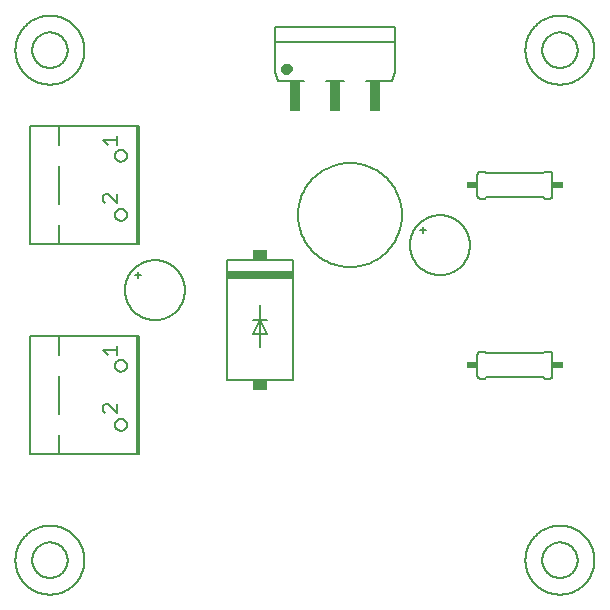
<source format=gto>
G75*
%MOIN*%
%OFA0B0*%
%FSLAX25Y25*%
%IPPOS*%
%LPD*%
%AMOC8*
5,1,8,0,0,1.08239X$1,22.5*
%
%ADD10C,0.00600*%
%ADD11R,0.22000X0.03000*%
%ADD12R,0.05000X0.03500*%
%ADD13C,0.00500*%
%ADD14C,0.03200*%
%ADD15R,0.03500X0.10250*%
%ADD16R,0.03500X0.10250*%
%ADD17C,0.00800*%
%ADD18R,0.03400X0.02400*%
D10*
X0006500Y0016000D02*
X0006503Y0016282D01*
X0006514Y0016564D01*
X0006531Y0016846D01*
X0006555Y0017127D01*
X0006586Y0017408D01*
X0006624Y0017687D01*
X0006669Y0017966D01*
X0006721Y0018244D01*
X0006779Y0018520D01*
X0006845Y0018794D01*
X0006917Y0019067D01*
X0006995Y0019338D01*
X0007080Y0019607D01*
X0007172Y0019874D01*
X0007271Y0020139D01*
X0007375Y0020401D01*
X0007487Y0020660D01*
X0007604Y0020917D01*
X0007728Y0021171D01*
X0007858Y0021421D01*
X0007994Y0021668D01*
X0008136Y0021912D01*
X0008284Y0022152D01*
X0008438Y0022389D01*
X0008598Y0022622D01*
X0008763Y0022851D01*
X0008934Y0023075D01*
X0009110Y0023296D01*
X0009292Y0023511D01*
X0009479Y0023723D01*
X0009671Y0023930D01*
X0009868Y0024132D01*
X0010070Y0024329D01*
X0010277Y0024521D01*
X0010489Y0024708D01*
X0010704Y0024890D01*
X0010925Y0025066D01*
X0011149Y0025237D01*
X0011378Y0025402D01*
X0011611Y0025562D01*
X0011848Y0025716D01*
X0012088Y0025864D01*
X0012332Y0026006D01*
X0012579Y0026142D01*
X0012829Y0026272D01*
X0013083Y0026396D01*
X0013340Y0026513D01*
X0013599Y0026625D01*
X0013861Y0026729D01*
X0014126Y0026828D01*
X0014393Y0026920D01*
X0014662Y0027005D01*
X0014933Y0027083D01*
X0015206Y0027155D01*
X0015480Y0027221D01*
X0015756Y0027279D01*
X0016034Y0027331D01*
X0016313Y0027376D01*
X0016592Y0027414D01*
X0016873Y0027445D01*
X0017154Y0027469D01*
X0017436Y0027486D01*
X0017718Y0027497D01*
X0018000Y0027500D01*
X0018282Y0027497D01*
X0018564Y0027486D01*
X0018846Y0027469D01*
X0019127Y0027445D01*
X0019408Y0027414D01*
X0019687Y0027376D01*
X0019966Y0027331D01*
X0020244Y0027279D01*
X0020520Y0027221D01*
X0020794Y0027155D01*
X0021067Y0027083D01*
X0021338Y0027005D01*
X0021607Y0026920D01*
X0021874Y0026828D01*
X0022139Y0026729D01*
X0022401Y0026625D01*
X0022660Y0026513D01*
X0022917Y0026396D01*
X0023171Y0026272D01*
X0023421Y0026142D01*
X0023668Y0026006D01*
X0023912Y0025864D01*
X0024152Y0025716D01*
X0024389Y0025562D01*
X0024622Y0025402D01*
X0024851Y0025237D01*
X0025075Y0025066D01*
X0025296Y0024890D01*
X0025511Y0024708D01*
X0025723Y0024521D01*
X0025930Y0024329D01*
X0026132Y0024132D01*
X0026329Y0023930D01*
X0026521Y0023723D01*
X0026708Y0023511D01*
X0026890Y0023296D01*
X0027066Y0023075D01*
X0027237Y0022851D01*
X0027402Y0022622D01*
X0027562Y0022389D01*
X0027716Y0022152D01*
X0027864Y0021912D01*
X0028006Y0021668D01*
X0028142Y0021421D01*
X0028272Y0021171D01*
X0028396Y0020917D01*
X0028513Y0020660D01*
X0028625Y0020401D01*
X0028729Y0020139D01*
X0028828Y0019874D01*
X0028920Y0019607D01*
X0029005Y0019338D01*
X0029083Y0019067D01*
X0029155Y0018794D01*
X0029221Y0018520D01*
X0029279Y0018244D01*
X0029331Y0017966D01*
X0029376Y0017687D01*
X0029414Y0017408D01*
X0029445Y0017127D01*
X0029469Y0016846D01*
X0029486Y0016564D01*
X0029497Y0016282D01*
X0029500Y0016000D01*
X0029497Y0015718D01*
X0029486Y0015436D01*
X0029469Y0015154D01*
X0029445Y0014873D01*
X0029414Y0014592D01*
X0029376Y0014313D01*
X0029331Y0014034D01*
X0029279Y0013756D01*
X0029221Y0013480D01*
X0029155Y0013206D01*
X0029083Y0012933D01*
X0029005Y0012662D01*
X0028920Y0012393D01*
X0028828Y0012126D01*
X0028729Y0011861D01*
X0028625Y0011599D01*
X0028513Y0011340D01*
X0028396Y0011083D01*
X0028272Y0010829D01*
X0028142Y0010579D01*
X0028006Y0010332D01*
X0027864Y0010088D01*
X0027716Y0009848D01*
X0027562Y0009611D01*
X0027402Y0009378D01*
X0027237Y0009149D01*
X0027066Y0008925D01*
X0026890Y0008704D01*
X0026708Y0008489D01*
X0026521Y0008277D01*
X0026329Y0008070D01*
X0026132Y0007868D01*
X0025930Y0007671D01*
X0025723Y0007479D01*
X0025511Y0007292D01*
X0025296Y0007110D01*
X0025075Y0006934D01*
X0024851Y0006763D01*
X0024622Y0006598D01*
X0024389Y0006438D01*
X0024152Y0006284D01*
X0023912Y0006136D01*
X0023668Y0005994D01*
X0023421Y0005858D01*
X0023171Y0005728D01*
X0022917Y0005604D01*
X0022660Y0005487D01*
X0022401Y0005375D01*
X0022139Y0005271D01*
X0021874Y0005172D01*
X0021607Y0005080D01*
X0021338Y0004995D01*
X0021067Y0004917D01*
X0020794Y0004845D01*
X0020520Y0004779D01*
X0020244Y0004721D01*
X0019966Y0004669D01*
X0019687Y0004624D01*
X0019408Y0004586D01*
X0019127Y0004555D01*
X0018846Y0004531D01*
X0018564Y0004514D01*
X0018282Y0004503D01*
X0018000Y0004500D01*
X0017718Y0004503D01*
X0017436Y0004514D01*
X0017154Y0004531D01*
X0016873Y0004555D01*
X0016592Y0004586D01*
X0016313Y0004624D01*
X0016034Y0004669D01*
X0015756Y0004721D01*
X0015480Y0004779D01*
X0015206Y0004845D01*
X0014933Y0004917D01*
X0014662Y0004995D01*
X0014393Y0005080D01*
X0014126Y0005172D01*
X0013861Y0005271D01*
X0013599Y0005375D01*
X0013340Y0005487D01*
X0013083Y0005604D01*
X0012829Y0005728D01*
X0012579Y0005858D01*
X0012332Y0005994D01*
X0012088Y0006136D01*
X0011848Y0006284D01*
X0011611Y0006438D01*
X0011378Y0006598D01*
X0011149Y0006763D01*
X0010925Y0006934D01*
X0010704Y0007110D01*
X0010489Y0007292D01*
X0010277Y0007479D01*
X0010070Y0007671D01*
X0009868Y0007868D01*
X0009671Y0008070D01*
X0009479Y0008277D01*
X0009292Y0008489D01*
X0009110Y0008704D01*
X0008934Y0008925D01*
X0008763Y0009149D01*
X0008598Y0009378D01*
X0008438Y0009611D01*
X0008284Y0009848D01*
X0008136Y0010088D01*
X0007994Y0010332D01*
X0007858Y0010579D01*
X0007728Y0010829D01*
X0007604Y0011083D01*
X0007487Y0011340D01*
X0007375Y0011599D01*
X0007271Y0011861D01*
X0007172Y0012126D01*
X0007080Y0012393D01*
X0006995Y0012662D01*
X0006917Y0012933D01*
X0006845Y0013206D01*
X0006779Y0013480D01*
X0006721Y0013756D01*
X0006669Y0014034D01*
X0006624Y0014313D01*
X0006586Y0014592D01*
X0006555Y0014873D01*
X0006531Y0015154D01*
X0006514Y0015436D01*
X0006503Y0015718D01*
X0006500Y0016000D01*
X0011500Y0051343D02*
X0020902Y0051343D01*
X0046902Y0051343D01*
X0046902Y0090642D01*
X0047701Y0090642D01*
X0047701Y0051343D01*
X0046902Y0051343D01*
X0039700Y0061143D02*
X0039702Y0061232D01*
X0039708Y0061321D01*
X0039718Y0061410D01*
X0039732Y0061498D01*
X0039749Y0061585D01*
X0039771Y0061671D01*
X0039797Y0061757D01*
X0039826Y0061841D01*
X0039859Y0061924D01*
X0039895Y0062005D01*
X0039936Y0062085D01*
X0039979Y0062162D01*
X0040026Y0062238D01*
X0040077Y0062311D01*
X0040130Y0062382D01*
X0040187Y0062451D01*
X0040247Y0062517D01*
X0040310Y0062581D01*
X0040375Y0062641D01*
X0040443Y0062699D01*
X0040514Y0062753D01*
X0040587Y0062804D01*
X0040662Y0062852D01*
X0040739Y0062897D01*
X0040818Y0062938D01*
X0040899Y0062975D01*
X0040981Y0063009D01*
X0041065Y0063040D01*
X0041150Y0063066D01*
X0041236Y0063089D01*
X0041323Y0063107D01*
X0041411Y0063122D01*
X0041500Y0063133D01*
X0041589Y0063140D01*
X0041678Y0063143D01*
X0041767Y0063142D01*
X0041856Y0063137D01*
X0041944Y0063128D01*
X0042033Y0063115D01*
X0042120Y0063098D01*
X0042207Y0063078D01*
X0042293Y0063053D01*
X0042377Y0063025D01*
X0042460Y0062993D01*
X0042542Y0062957D01*
X0042622Y0062918D01*
X0042700Y0062875D01*
X0042776Y0062829D01*
X0042850Y0062779D01*
X0042922Y0062726D01*
X0042991Y0062670D01*
X0043058Y0062611D01*
X0043122Y0062549D01*
X0043183Y0062485D01*
X0043242Y0062417D01*
X0043297Y0062347D01*
X0043349Y0062275D01*
X0043398Y0062200D01*
X0043443Y0062124D01*
X0043485Y0062045D01*
X0043523Y0061965D01*
X0043558Y0061883D01*
X0043589Y0061799D01*
X0043617Y0061714D01*
X0043640Y0061628D01*
X0043660Y0061541D01*
X0043676Y0061454D01*
X0043688Y0061365D01*
X0043696Y0061277D01*
X0043700Y0061188D01*
X0043700Y0061098D01*
X0043696Y0061009D01*
X0043688Y0060921D01*
X0043676Y0060832D01*
X0043660Y0060745D01*
X0043640Y0060658D01*
X0043617Y0060572D01*
X0043589Y0060487D01*
X0043558Y0060403D01*
X0043523Y0060321D01*
X0043485Y0060241D01*
X0043443Y0060162D01*
X0043398Y0060086D01*
X0043349Y0060011D01*
X0043297Y0059939D01*
X0043242Y0059869D01*
X0043183Y0059801D01*
X0043122Y0059737D01*
X0043058Y0059675D01*
X0042991Y0059616D01*
X0042922Y0059560D01*
X0042850Y0059507D01*
X0042776Y0059457D01*
X0042700Y0059411D01*
X0042622Y0059368D01*
X0042542Y0059329D01*
X0042460Y0059293D01*
X0042377Y0059261D01*
X0042293Y0059233D01*
X0042207Y0059208D01*
X0042120Y0059188D01*
X0042033Y0059171D01*
X0041944Y0059158D01*
X0041856Y0059149D01*
X0041767Y0059144D01*
X0041678Y0059143D01*
X0041589Y0059146D01*
X0041500Y0059153D01*
X0041411Y0059164D01*
X0041323Y0059179D01*
X0041236Y0059197D01*
X0041150Y0059220D01*
X0041065Y0059246D01*
X0040981Y0059277D01*
X0040899Y0059311D01*
X0040818Y0059348D01*
X0040739Y0059389D01*
X0040662Y0059434D01*
X0040587Y0059482D01*
X0040514Y0059533D01*
X0040443Y0059587D01*
X0040375Y0059645D01*
X0040310Y0059705D01*
X0040247Y0059769D01*
X0040187Y0059835D01*
X0040130Y0059904D01*
X0040077Y0059975D01*
X0040026Y0060048D01*
X0039979Y0060124D01*
X0039936Y0060201D01*
X0039895Y0060281D01*
X0039859Y0060362D01*
X0039826Y0060445D01*
X0039797Y0060529D01*
X0039771Y0060615D01*
X0039749Y0060701D01*
X0039732Y0060788D01*
X0039718Y0060876D01*
X0039708Y0060965D01*
X0039702Y0061054D01*
X0039700Y0061143D01*
X0020902Y0064642D02*
X0020902Y0077343D01*
X0020902Y0084343D02*
X0020902Y0090642D01*
X0046902Y0090642D01*
X0039700Y0080843D02*
X0039702Y0080932D01*
X0039708Y0081021D01*
X0039718Y0081110D01*
X0039732Y0081198D01*
X0039749Y0081285D01*
X0039771Y0081371D01*
X0039797Y0081457D01*
X0039826Y0081541D01*
X0039859Y0081624D01*
X0039895Y0081705D01*
X0039936Y0081785D01*
X0039979Y0081862D01*
X0040026Y0081938D01*
X0040077Y0082011D01*
X0040130Y0082082D01*
X0040187Y0082151D01*
X0040247Y0082217D01*
X0040310Y0082281D01*
X0040375Y0082341D01*
X0040443Y0082399D01*
X0040514Y0082453D01*
X0040587Y0082504D01*
X0040662Y0082552D01*
X0040739Y0082597D01*
X0040818Y0082638D01*
X0040899Y0082675D01*
X0040981Y0082709D01*
X0041065Y0082740D01*
X0041150Y0082766D01*
X0041236Y0082789D01*
X0041323Y0082807D01*
X0041411Y0082822D01*
X0041500Y0082833D01*
X0041589Y0082840D01*
X0041678Y0082843D01*
X0041767Y0082842D01*
X0041856Y0082837D01*
X0041944Y0082828D01*
X0042033Y0082815D01*
X0042120Y0082798D01*
X0042207Y0082778D01*
X0042293Y0082753D01*
X0042377Y0082725D01*
X0042460Y0082693D01*
X0042542Y0082657D01*
X0042622Y0082618D01*
X0042700Y0082575D01*
X0042776Y0082529D01*
X0042850Y0082479D01*
X0042922Y0082426D01*
X0042991Y0082370D01*
X0043058Y0082311D01*
X0043122Y0082249D01*
X0043183Y0082185D01*
X0043242Y0082117D01*
X0043297Y0082047D01*
X0043349Y0081975D01*
X0043398Y0081900D01*
X0043443Y0081824D01*
X0043485Y0081745D01*
X0043523Y0081665D01*
X0043558Y0081583D01*
X0043589Y0081499D01*
X0043617Y0081414D01*
X0043640Y0081328D01*
X0043660Y0081241D01*
X0043676Y0081154D01*
X0043688Y0081065D01*
X0043696Y0080977D01*
X0043700Y0080888D01*
X0043700Y0080798D01*
X0043696Y0080709D01*
X0043688Y0080621D01*
X0043676Y0080532D01*
X0043660Y0080445D01*
X0043640Y0080358D01*
X0043617Y0080272D01*
X0043589Y0080187D01*
X0043558Y0080103D01*
X0043523Y0080021D01*
X0043485Y0079941D01*
X0043443Y0079862D01*
X0043398Y0079786D01*
X0043349Y0079711D01*
X0043297Y0079639D01*
X0043242Y0079569D01*
X0043183Y0079501D01*
X0043122Y0079437D01*
X0043058Y0079375D01*
X0042991Y0079316D01*
X0042922Y0079260D01*
X0042850Y0079207D01*
X0042776Y0079157D01*
X0042700Y0079111D01*
X0042622Y0079068D01*
X0042542Y0079029D01*
X0042460Y0078993D01*
X0042377Y0078961D01*
X0042293Y0078933D01*
X0042207Y0078908D01*
X0042120Y0078888D01*
X0042033Y0078871D01*
X0041944Y0078858D01*
X0041856Y0078849D01*
X0041767Y0078844D01*
X0041678Y0078843D01*
X0041589Y0078846D01*
X0041500Y0078853D01*
X0041411Y0078864D01*
X0041323Y0078879D01*
X0041236Y0078897D01*
X0041150Y0078920D01*
X0041065Y0078946D01*
X0040981Y0078977D01*
X0040899Y0079011D01*
X0040818Y0079048D01*
X0040739Y0079089D01*
X0040662Y0079134D01*
X0040587Y0079182D01*
X0040514Y0079233D01*
X0040443Y0079287D01*
X0040375Y0079345D01*
X0040310Y0079405D01*
X0040247Y0079469D01*
X0040187Y0079535D01*
X0040130Y0079604D01*
X0040077Y0079675D01*
X0040026Y0079748D01*
X0039979Y0079824D01*
X0039936Y0079901D01*
X0039895Y0079981D01*
X0039859Y0080062D01*
X0039826Y0080145D01*
X0039797Y0080229D01*
X0039771Y0080315D01*
X0039749Y0080401D01*
X0039732Y0080488D01*
X0039718Y0080576D01*
X0039708Y0080665D01*
X0039702Y0080754D01*
X0039700Y0080843D01*
X0020902Y0090642D02*
X0011500Y0090642D01*
X0011500Y0051343D01*
X0020902Y0051343D02*
X0020902Y0057642D01*
X0043000Y0106000D02*
X0043003Y0106245D01*
X0043012Y0106491D01*
X0043027Y0106736D01*
X0043048Y0106980D01*
X0043075Y0107224D01*
X0043108Y0107467D01*
X0043147Y0107710D01*
X0043192Y0107951D01*
X0043243Y0108191D01*
X0043300Y0108430D01*
X0043362Y0108667D01*
X0043431Y0108903D01*
X0043505Y0109137D01*
X0043585Y0109369D01*
X0043670Y0109599D01*
X0043761Y0109827D01*
X0043858Y0110052D01*
X0043960Y0110276D01*
X0044068Y0110496D01*
X0044181Y0110714D01*
X0044299Y0110929D01*
X0044423Y0111141D01*
X0044551Y0111350D01*
X0044685Y0111556D01*
X0044824Y0111758D01*
X0044968Y0111957D01*
X0045117Y0112152D01*
X0045270Y0112344D01*
X0045428Y0112532D01*
X0045590Y0112716D01*
X0045758Y0112895D01*
X0045929Y0113071D01*
X0046105Y0113242D01*
X0046284Y0113410D01*
X0046468Y0113572D01*
X0046656Y0113730D01*
X0046848Y0113883D01*
X0047043Y0114032D01*
X0047242Y0114176D01*
X0047444Y0114315D01*
X0047650Y0114449D01*
X0047859Y0114577D01*
X0048071Y0114701D01*
X0048286Y0114819D01*
X0048504Y0114932D01*
X0048724Y0115040D01*
X0048948Y0115142D01*
X0049173Y0115239D01*
X0049401Y0115330D01*
X0049631Y0115415D01*
X0049863Y0115495D01*
X0050097Y0115569D01*
X0050333Y0115638D01*
X0050570Y0115700D01*
X0050809Y0115757D01*
X0051049Y0115808D01*
X0051290Y0115853D01*
X0051533Y0115892D01*
X0051776Y0115925D01*
X0052020Y0115952D01*
X0052264Y0115973D01*
X0052509Y0115988D01*
X0052755Y0115997D01*
X0053000Y0116000D01*
X0053245Y0115997D01*
X0053491Y0115988D01*
X0053736Y0115973D01*
X0053980Y0115952D01*
X0054224Y0115925D01*
X0054467Y0115892D01*
X0054710Y0115853D01*
X0054951Y0115808D01*
X0055191Y0115757D01*
X0055430Y0115700D01*
X0055667Y0115638D01*
X0055903Y0115569D01*
X0056137Y0115495D01*
X0056369Y0115415D01*
X0056599Y0115330D01*
X0056827Y0115239D01*
X0057052Y0115142D01*
X0057276Y0115040D01*
X0057496Y0114932D01*
X0057714Y0114819D01*
X0057929Y0114701D01*
X0058141Y0114577D01*
X0058350Y0114449D01*
X0058556Y0114315D01*
X0058758Y0114176D01*
X0058957Y0114032D01*
X0059152Y0113883D01*
X0059344Y0113730D01*
X0059532Y0113572D01*
X0059716Y0113410D01*
X0059895Y0113242D01*
X0060071Y0113071D01*
X0060242Y0112895D01*
X0060410Y0112716D01*
X0060572Y0112532D01*
X0060730Y0112344D01*
X0060883Y0112152D01*
X0061032Y0111957D01*
X0061176Y0111758D01*
X0061315Y0111556D01*
X0061449Y0111350D01*
X0061577Y0111141D01*
X0061701Y0110929D01*
X0061819Y0110714D01*
X0061932Y0110496D01*
X0062040Y0110276D01*
X0062142Y0110052D01*
X0062239Y0109827D01*
X0062330Y0109599D01*
X0062415Y0109369D01*
X0062495Y0109137D01*
X0062569Y0108903D01*
X0062638Y0108667D01*
X0062700Y0108430D01*
X0062757Y0108191D01*
X0062808Y0107951D01*
X0062853Y0107710D01*
X0062892Y0107467D01*
X0062925Y0107224D01*
X0062952Y0106980D01*
X0062973Y0106736D01*
X0062988Y0106491D01*
X0062997Y0106245D01*
X0063000Y0106000D01*
X0062997Y0105755D01*
X0062988Y0105509D01*
X0062973Y0105264D01*
X0062952Y0105020D01*
X0062925Y0104776D01*
X0062892Y0104533D01*
X0062853Y0104290D01*
X0062808Y0104049D01*
X0062757Y0103809D01*
X0062700Y0103570D01*
X0062638Y0103333D01*
X0062569Y0103097D01*
X0062495Y0102863D01*
X0062415Y0102631D01*
X0062330Y0102401D01*
X0062239Y0102173D01*
X0062142Y0101948D01*
X0062040Y0101724D01*
X0061932Y0101504D01*
X0061819Y0101286D01*
X0061701Y0101071D01*
X0061577Y0100859D01*
X0061449Y0100650D01*
X0061315Y0100444D01*
X0061176Y0100242D01*
X0061032Y0100043D01*
X0060883Y0099848D01*
X0060730Y0099656D01*
X0060572Y0099468D01*
X0060410Y0099284D01*
X0060242Y0099105D01*
X0060071Y0098929D01*
X0059895Y0098758D01*
X0059716Y0098590D01*
X0059532Y0098428D01*
X0059344Y0098270D01*
X0059152Y0098117D01*
X0058957Y0097968D01*
X0058758Y0097824D01*
X0058556Y0097685D01*
X0058350Y0097551D01*
X0058141Y0097423D01*
X0057929Y0097299D01*
X0057714Y0097181D01*
X0057496Y0097068D01*
X0057276Y0096960D01*
X0057052Y0096858D01*
X0056827Y0096761D01*
X0056599Y0096670D01*
X0056369Y0096585D01*
X0056137Y0096505D01*
X0055903Y0096431D01*
X0055667Y0096362D01*
X0055430Y0096300D01*
X0055191Y0096243D01*
X0054951Y0096192D01*
X0054710Y0096147D01*
X0054467Y0096108D01*
X0054224Y0096075D01*
X0053980Y0096048D01*
X0053736Y0096027D01*
X0053491Y0096012D01*
X0053245Y0096003D01*
X0053000Y0096000D01*
X0052755Y0096003D01*
X0052509Y0096012D01*
X0052264Y0096027D01*
X0052020Y0096048D01*
X0051776Y0096075D01*
X0051533Y0096108D01*
X0051290Y0096147D01*
X0051049Y0096192D01*
X0050809Y0096243D01*
X0050570Y0096300D01*
X0050333Y0096362D01*
X0050097Y0096431D01*
X0049863Y0096505D01*
X0049631Y0096585D01*
X0049401Y0096670D01*
X0049173Y0096761D01*
X0048948Y0096858D01*
X0048724Y0096960D01*
X0048504Y0097068D01*
X0048286Y0097181D01*
X0048071Y0097299D01*
X0047859Y0097423D01*
X0047650Y0097551D01*
X0047444Y0097685D01*
X0047242Y0097824D01*
X0047043Y0097968D01*
X0046848Y0098117D01*
X0046656Y0098270D01*
X0046468Y0098428D01*
X0046284Y0098590D01*
X0046105Y0098758D01*
X0045929Y0098929D01*
X0045758Y0099105D01*
X0045590Y0099284D01*
X0045428Y0099468D01*
X0045270Y0099656D01*
X0045117Y0099848D01*
X0044968Y0100043D01*
X0044824Y0100242D01*
X0044685Y0100444D01*
X0044551Y0100650D01*
X0044423Y0100859D01*
X0044299Y0101071D01*
X0044181Y0101286D01*
X0044068Y0101504D01*
X0043960Y0101724D01*
X0043858Y0101948D01*
X0043761Y0102173D01*
X0043670Y0102401D01*
X0043585Y0102631D01*
X0043505Y0102863D01*
X0043431Y0103097D01*
X0043362Y0103333D01*
X0043300Y0103570D01*
X0043243Y0103809D01*
X0043192Y0104049D01*
X0043147Y0104290D01*
X0043108Y0104533D01*
X0043075Y0104776D01*
X0043048Y0105020D01*
X0043027Y0105264D01*
X0043012Y0105509D01*
X0043003Y0105755D01*
X0043000Y0106000D01*
X0047500Y0110000D02*
X0047500Y0111000D01*
X0047500Y0112000D01*
X0047500Y0111000D02*
X0046500Y0111000D01*
X0047500Y0111000D02*
X0048500Y0111000D01*
X0047701Y0121343D02*
X0046902Y0121343D01*
X0020902Y0121343D01*
X0011500Y0121343D01*
X0011500Y0160642D01*
X0020902Y0160642D01*
X0046902Y0160642D01*
X0047701Y0160642D01*
X0047701Y0121343D01*
X0046902Y0121343D02*
X0046902Y0160642D01*
X0039700Y0150843D02*
X0039702Y0150932D01*
X0039708Y0151021D01*
X0039718Y0151110D01*
X0039732Y0151198D01*
X0039749Y0151285D01*
X0039771Y0151371D01*
X0039797Y0151457D01*
X0039826Y0151541D01*
X0039859Y0151624D01*
X0039895Y0151705D01*
X0039936Y0151785D01*
X0039979Y0151862D01*
X0040026Y0151938D01*
X0040077Y0152011D01*
X0040130Y0152082D01*
X0040187Y0152151D01*
X0040247Y0152217D01*
X0040310Y0152281D01*
X0040375Y0152341D01*
X0040443Y0152399D01*
X0040514Y0152453D01*
X0040587Y0152504D01*
X0040662Y0152552D01*
X0040739Y0152597D01*
X0040818Y0152638D01*
X0040899Y0152675D01*
X0040981Y0152709D01*
X0041065Y0152740D01*
X0041150Y0152766D01*
X0041236Y0152789D01*
X0041323Y0152807D01*
X0041411Y0152822D01*
X0041500Y0152833D01*
X0041589Y0152840D01*
X0041678Y0152843D01*
X0041767Y0152842D01*
X0041856Y0152837D01*
X0041944Y0152828D01*
X0042033Y0152815D01*
X0042120Y0152798D01*
X0042207Y0152778D01*
X0042293Y0152753D01*
X0042377Y0152725D01*
X0042460Y0152693D01*
X0042542Y0152657D01*
X0042622Y0152618D01*
X0042700Y0152575D01*
X0042776Y0152529D01*
X0042850Y0152479D01*
X0042922Y0152426D01*
X0042991Y0152370D01*
X0043058Y0152311D01*
X0043122Y0152249D01*
X0043183Y0152185D01*
X0043242Y0152117D01*
X0043297Y0152047D01*
X0043349Y0151975D01*
X0043398Y0151900D01*
X0043443Y0151824D01*
X0043485Y0151745D01*
X0043523Y0151665D01*
X0043558Y0151583D01*
X0043589Y0151499D01*
X0043617Y0151414D01*
X0043640Y0151328D01*
X0043660Y0151241D01*
X0043676Y0151154D01*
X0043688Y0151065D01*
X0043696Y0150977D01*
X0043700Y0150888D01*
X0043700Y0150798D01*
X0043696Y0150709D01*
X0043688Y0150621D01*
X0043676Y0150532D01*
X0043660Y0150445D01*
X0043640Y0150358D01*
X0043617Y0150272D01*
X0043589Y0150187D01*
X0043558Y0150103D01*
X0043523Y0150021D01*
X0043485Y0149941D01*
X0043443Y0149862D01*
X0043398Y0149786D01*
X0043349Y0149711D01*
X0043297Y0149639D01*
X0043242Y0149569D01*
X0043183Y0149501D01*
X0043122Y0149437D01*
X0043058Y0149375D01*
X0042991Y0149316D01*
X0042922Y0149260D01*
X0042850Y0149207D01*
X0042776Y0149157D01*
X0042700Y0149111D01*
X0042622Y0149068D01*
X0042542Y0149029D01*
X0042460Y0148993D01*
X0042377Y0148961D01*
X0042293Y0148933D01*
X0042207Y0148908D01*
X0042120Y0148888D01*
X0042033Y0148871D01*
X0041944Y0148858D01*
X0041856Y0148849D01*
X0041767Y0148844D01*
X0041678Y0148843D01*
X0041589Y0148846D01*
X0041500Y0148853D01*
X0041411Y0148864D01*
X0041323Y0148879D01*
X0041236Y0148897D01*
X0041150Y0148920D01*
X0041065Y0148946D01*
X0040981Y0148977D01*
X0040899Y0149011D01*
X0040818Y0149048D01*
X0040739Y0149089D01*
X0040662Y0149134D01*
X0040587Y0149182D01*
X0040514Y0149233D01*
X0040443Y0149287D01*
X0040375Y0149345D01*
X0040310Y0149405D01*
X0040247Y0149469D01*
X0040187Y0149535D01*
X0040130Y0149604D01*
X0040077Y0149675D01*
X0040026Y0149748D01*
X0039979Y0149824D01*
X0039936Y0149901D01*
X0039895Y0149981D01*
X0039859Y0150062D01*
X0039826Y0150145D01*
X0039797Y0150229D01*
X0039771Y0150315D01*
X0039749Y0150401D01*
X0039732Y0150488D01*
X0039718Y0150576D01*
X0039708Y0150665D01*
X0039702Y0150754D01*
X0039700Y0150843D01*
X0020902Y0154343D02*
X0020902Y0160642D01*
X0020902Y0147343D02*
X0020902Y0134642D01*
X0020902Y0127642D02*
X0020902Y0121343D01*
X0039700Y0131143D02*
X0039702Y0131232D01*
X0039708Y0131321D01*
X0039718Y0131410D01*
X0039732Y0131498D01*
X0039749Y0131585D01*
X0039771Y0131671D01*
X0039797Y0131757D01*
X0039826Y0131841D01*
X0039859Y0131924D01*
X0039895Y0132005D01*
X0039936Y0132085D01*
X0039979Y0132162D01*
X0040026Y0132238D01*
X0040077Y0132311D01*
X0040130Y0132382D01*
X0040187Y0132451D01*
X0040247Y0132517D01*
X0040310Y0132581D01*
X0040375Y0132641D01*
X0040443Y0132699D01*
X0040514Y0132753D01*
X0040587Y0132804D01*
X0040662Y0132852D01*
X0040739Y0132897D01*
X0040818Y0132938D01*
X0040899Y0132975D01*
X0040981Y0133009D01*
X0041065Y0133040D01*
X0041150Y0133066D01*
X0041236Y0133089D01*
X0041323Y0133107D01*
X0041411Y0133122D01*
X0041500Y0133133D01*
X0041589Y0133140D01*
X0041678Y0133143D01*
X0041767Y0133142D01*
X0041856Y0133137D01*
X0041944Y0133128D01*
X0042033Y0133115D01*
X0042120Y0133098D01*
X0042207Y0133078D01*
X0042293Y0133053D01*
X0042377Y0133025D01*
X0042460Y0132993D01*
X0042542Y0132957D01*
X0042622Y0132918D01*
X0042700Y0132875D01*
X0042776Y0132829D01*
X0042850Y0132779D01*
X0042922Y0132726D01*
X0042991Y0132670D01*
X0043058Y0132611D01*
X0043122Y0132549D01*
X0043183Y0132485D01*
X0043242Y0132417D01*
X0043297Y0132347D01*
X0043349Y0132275D01*
X0043398Y0132200D01*
X0043443Y0132124D01*
X0043485Y0132045D01*
X0043523Y0131965D01*
X0043558Y0131883D01*
X0043589Y0131799D01*
X0043617Y0131714D01*
X0043640Y0131628D01*
X0043660Y0131541D01*
X0043676Y0131454D01*
X0043688Y0131365D01*
X0043696Y0131277D01*
X0043700Y0131188D01*
X0043700Y0131098D01*
X0043696Y0131009D01*
X0043688Y0130921D01*
X0043676Y0130832D01*
X0043660Y0130745D01*
X0043640Y0130658D01*
X0043617Y0130572D01*
X0043589Y0130487D01*
X0043558Y0130403D01*
X0043523Y0130321D01*
X0043485Y0130241D01*
X0043443Y0130162D01*
X0043398Y0130086D01*
X0043349Y0130011D01*
X0043297Y0129939D01*
X0043242Y0129869D01*
X0043183Y0129801D01*
X0043122Y0129737D01*
X0043058Y0129675D01*
X0042991Y0129616D01*
X0042922Y0129560D01*
X0042850Y0129507D01*
X0042776Y0129457D01*
X0042700Y0129411D01*
X0042622Y0129368D01*
X0042542Y0129329D01*
X0042460Y0129293D01*
X0042377Y0129261D01*
X0042293Y0129233D01*
X0042207Y0129208D01*
X0042120Y0129188D01*
X0042033Y0129171D01*
X0041944Y0129158D01*
X0041856Y0129149D01*
X0041767Y0129144D01*
X0041678Y0129143D01*
X0041589Y0129146D01*
X0041500Y0129153D01*
X0041411Y0129164D01*
X0041323Y0129179D01*
X0041236Y0129197D01*
X0041150Y0129220D01*
X0041065Y0129246D01*
X0040981Y0129277D01*
X0040899Y0129311D01*
X0040818Y0129348D01*
X0040739Y0129389D01*
X0040662Y0129434D01*
X0040587Y0129482D01*
X0040514Y0129533D01*
X0040443Y0129587D01*
X0040375Y0129645D01*
X0040310Y0129705D01*
X0040247Y0129769D01*
X0040187Y0129835D01*
X0040130Y0129904D01*
X0040077Y0129975D01*
X0040026Y0130048D01*
X0039979Y0130124D01*
X0039936Y0130201D01*
X0039895Y0130281D01*
X0039859Y0130362D01*
X0039826Y0130445D01*
X0039797Y0130529D01*
X0039771Y0130615D01*
X0039749Y0130701D01*
X0039732Y0130788D01*
X0039718Y0130876D01*
X0039708Y0130965D01*
X0039702Y0131054D01*
X0039700Y0131143D01*
X0077000Y0116000D02*
X0077000Y0076000D01*
X0099000Y0076000D01*
X0099000Y0116000D01*
X0077000Y0116000D01*
X0088000Y0101000D02*
X0088000Y0096000D01*
X0085700Y0096000D01*
X0088000Y0096000D02*
X0088000Y0087000D01*
X0085700Y0091500D02*
X0088000Y0096000D01*
X0090300Y0091500D01*
X0085700Y0091500D01*
X0088000Y0096000D02*
X0090300Y0096000D01*
X0141500Y0126000D02*
X0142500Y0126000D01*
X0142500Y0127000D01*
X0142500Y0126000D02*
X0143500Y0126000D01*
X0142500Y0126000D02*
X0142500Y0125000D01*
X0138000Y0121000D02*
X0138003Y0121245D01*
X0138012Y0121491D01*
X0138027Y0121736D01*
X0138048Y0121980D01*
X0138075Y0122224D01*
X0138108Y0122467D01*
X0138147Y0122710D01*
X0138192Y0122951D01*
X0138243Y0123191D01*
X0138300Y0123430D01*
X0138362Y0123667D01*
X0138431Y0123903D01*
X0138505Y0124137D01*
X0138585Y0124369D01*
X0138670Y0124599D01*
X0138761Y0124827D01*
X0138858Y0125052D01*
X0138960Y0125276D01*
X0139068Y0125496D01*
X0139181Y0125714D01*
X0139299Y0125929D01*
X0139423Y0126141D01*
X0139551Y0126350D01*
X0139685Y0126556D01*
X0139824Y0126758D01*
X0139968Y0126957D01*
X0140117Y0127152D01*
X0140270Y0127344D01*
X0140428Y0127532D01*
X0140590Y0127716D01*
X0140758Y0127895D01*
X0140929Y0128071D01*
X0141105Y0128242D01*
X0141284Y0128410D01*
X0141468Y0128572D01*
X0141656Y0128730D01*
X0141848Y0128883D01*
X0142043Y0129032D01*
X0142242Y0129176D01*
X0142444Y0129315D01*
X0142650Y0129449D01*
X0142859Y0129577D01*
X0143071Y0129701D01*
X0143286Y0129819D01*
X0143504Y0129932D01*
X0143724Y0130040D01*
X0143948Y0130142D01*
X0144173Y0130239D01*
X0144401Y0130330D01*
X0144631Y0130415D01*
X0144863Y0130495D01*
X0145097Y0130569D01*
X0145333Y0130638D01*
X0145570Y0130700D01*
X0145809Y0130757D01*
X0146049Y0130808D01*
X0146290Y0130853D01*
X0146533Y0130892D01*
X0146776Y0130925D01*
X0147020Y0130952D01*
X0147264Y0130973D01*
X0147509Y0130988D01*
X0147755Y0130997D01*
X0148000Y0131000D01*
X0148245Y0130997D01*
X0148491Y0130988D01*
X0148736Y0130973D01*
X0148980Y0130952D01*
X0149224Y0130925D01*
X0149467Y0130892D01*
X0149710Y0130853D01*
X0149951Y0130808D01*
X0150191Y0130757D01*
X0150430Y0130700D01*
X0150667Y0130638D01*
X0150903Y0130569D01*
X0151137Y0130495D01*
X0151369Y0130415D01*
X0151599Y0130330D01*
X0151827Y0130239D01*
X0152052Y0130142D01*
X0152276Y0130040D01*
X0152496Y0129932D01*
X0152714Y0129819D01*
X0152929Y0129701D01*
X0153141Y0129577D01*
X0153350Y0129449D01*
X0153556Y0129315D01*
X0153758Y0129176D01*
X0153957Y0129032D01*
X0154152Y0128883D01*
X0154344Y0128730D01*
X0154532Y0128572D01*
X0154716Y0128410D01*
X0154895Y0128242D01*
X0155071Y0128071D01*
X0155242Y0127895D01*
X0155410Y0127716D01*
X0155572Y0127532D01*
X0155730Y0127344D01*
X0155883Y0127152D01*
X0156032Y0126957D01*
X0156176Y0126758D01*
X0156315Y0126556D01*
X0156449Y0126350D01*
X0156577Y0126141D01*
X0156701Y0125929D01*
X0156819Y0125714D01*
X0156932Y0125496D01*
X0157040Y0125276D01*
X0157142Y0125052D01*
X0157239Y0124827D01*
X0157330Y0124599D01*
X0157415Y0124369D01*
X0157495Y0124137D01*
X0157569Y0123903D01*
X0157638Y0123667D01*
X0157700Y0123430D01*
X0157757Y0123191D01*
X0157808Y0122951D01*
X0157853Y0122710D01*
X0157892Y0122467D01*
X0157925Y0122224D01*
X0157952Y0121980D01*
X0157973Y0121736D01*
X0157988Y0121491D01*
X0157997Y0121245D01*
X0158000Y0121000D01*
X0157997Y0120755D01*
X0157988Y0120509D01*
X0157973Y0120264D01*
X0157952Y0120020D01*
X0157925Y0119776D01*
X0157892Y0119533D01*
X0157853Y0119290D01*
X0157808Y0119049D01*
X0157757Y0118809D01*
X0157700Y0118570D01*
X0157638Y0118333D01*
X0157569Y0118097D01*
X0157495Y0117863D01*
X0157415Y0117631D01*
X0157330Y0117401D01*
X0157239Y0117173D01*
X0157142Y0116948D01*
X0157040Y0116724D01*
X0156932Y0116504D01*
X0156819Y0116286D01*
X0156701Y0116071D01*
X0156577Y0115859D01*
X0156449Y0115650D01*
X0156315Y0115444D01*
X0156176Y0115242D01*
X0156032Y0115043D01*
X0155883Y0114848D01*
X0155730Y0114656D01*
X0155572Y0114468D01*
X0155410Y0114284D01*
X0155242Y0114105D01*
X0155071Y0113929D01*
X0154895Y0113758D01*
X0154716Y0113590D01*
X0154532Y0113428D01*
X0154344Y0113270D01*
X0154152Y0113117D01*
X0153957Y0112968D01*
X0153758Y0112824D01*
X0153556Y0112685D01*
X0153350Y0112551D01*
X0153141Y0112423D01*
X0152929Y0112299D01*
X0152714Y0112181D01*
X0152496Y0112068D01*
X0152276Y0111960D01*
X0152052Y0111858D01*
X0151827Y0111761D01*
X0151599Y0111670D01*
X0151369Y0111585D01*
X0151137Y0111505D01*
X0150903Y0111431D01*
X0150667Y0111362D01*
X0150430Y0111300D01*
X0150191Y0111243D01*
X0149951Y0111192D01*
X0149710Y0111147D01*
X0149467Y0111108D01*
X0149224Y0111075D01*
X0148980Y0111048D01*
X0148736Y0111027D01*
X0148491Y0111012D01*
X0148245Y0111003D01*
X0148000Y0111000D01*
X0147755Y0111003D01*
X0147509Y0111012D01*
X0147264Y0111027D01*
X0147020Y0111048D01*
X0146776Y0111075D01*
X0146533Y0111108D01*
X0146290Y0111147D01*
X0146049Y0111192D01*
X0145809Y0111243D01*
X0145570Y0111300D01*
X0145333Y0111362D01*
X0145097Y0111431D01*
X0144863Y0111505D01*
X0144631Y0111585D01*
X0144401Y0111670D01*
X0144173Y0111761D01*
X0143948Y0111858D01*
X0143724Y0111960D01*
X0143504Y0112068D01*
X0143286Y0112181D01*
X0143071Y0112299D01*
X0142859Y0112423D01*
X0142650Y0112551D01*
X0142444Y0112685D01*
X0142242Y0112824D01*
X0142043Y0112968D01*
X0141848Y0113117D01*
X0141656Y0113270D01*
X0141468Y0113428D01*
X0141284Y0113590D01*
X0141105Y0113758D01*
X0140929Y0113929D01*
X0140758Y0114105D01*
X0140590Y0114284D01*
X0140428Y0114468D01*
X0140270Y0114656D01*
X0140117Y0114848D01*
X0139968Y0115043D01*
X0139824Y0115242D01*
X0139685Y0115444D01*
X0139551Y0115650D01*
X0139423Y0115859D01*
X0139299Y0116071D01*
X0139181Y0116286D01*
X0139068Y0116504D01*
X0138960Y0116724D01*
X0138858Y0116948D01*
X0138761Y0117173D01*
X0138670Y0117401D01*
X0138585Y0117631D01*
X0138505Y0117863D01*
X0138431Y0118097D01*
X0138362Y0118333D01*
X0138300Y0118570D01*
X0138243Y0118809D01*
X0138192Y0119049D01*
X0138147Y0119290D01*
X0138108Y0119533D01*
X0138075Y0119776D01*
X0138048Y0120020D01*
X0138027Y0120264D01*
X0138012Y0120509D01*
X0138003Y0120755D01*
X0138000Y0121000D01*
X0160500Y0137500D02*
X0160500Y0144500D01*
X0160502Y0144560D01*
X0160507Y0144621D01*
X0160516Y0144680D01*
X0160529Y0144739D01*
X0160545Y0144798D01*
X0160565Y0144855D01*
X0160588Y0144910D01*
X0160615Y0144965D01*
X0160644Y0145017D01*
X0160677Y0145068D01*
X0160713Y0145117D01*
X0160751Y0145163D01*
X0160793Y0145207D01*
X0160837Y0145249D01*
X0160883Y0145287D01*
X0160932Y0145323D01*
X0160983Y0145356D01*
X0161035Y0145385D01*
X0161090Y0145412D01*
X0161145Y0145435D01*
X0161202Y0145455D01*
X0161261Y0145471D01*
X0161320Y0145484D01*
X0161379Y0145493D01*
X0161440Y0145498D01*
X0161500Y0145500D01*
X0163000Y0145500D01*
X0163500Y0145000D01*
X0182500Y0145000D01*
X0183000Y0145500D01*
X0184500Y0145500D01*
X0184560Y0145498D01*
X0184621Y0145493D01*
X0184680Y0145484D01*
X0184739Y0145471D01*
X0184798Y0145455D01*
X0184855Y0145435D01*
X0184910Y0145412D01*
X0184965Y0145385D01*
X0185017Y0145356D01*
X0185068Y0145323D01*
X0185117Y0145287D01*
X0185163Y0145249D01*
X0185207Y0145207D01*
X0185249Y0145163D01*
X0185287Y0145117D01*
X0185323Y0145068D01*
X0185356Y0145017D01*
X0185385Y0144965D01*
X0185412Y0144910D01*
X0185435Y0144855D01*
X0185455Y0144798D01*
X0185471Y0144739D01*
X0185484Y0144680D01*
X0185493Y0144621D01*
X0185498Y0144560D01*
X0185500Y0144500D01*
X0185500Y0137500D01*
X0185498Y0137440D01*
X0185493Y0137379D01*
X0185484Y0137320D01*
X0185471Y0137261D01*
X0185455Y0137202D01*
X0185435Y0137145D01*
X0185412Y0137090D01*
X0185385Y0137035D01*
X0185356Y0136983D01*
X0185323Y0136932D01*
X0185287Y0136883D01*
X0185249Y0136837D01*
X0185207Y0136793D01*
X0185163Y0136751D01*
X0185117Y0136713D01*
X0185068Y0136677D01*
X0185017Y0136644D01*
X0184965Y0136615D01*
X0184910Y0136588D01*
X0184855Y0136565D01*
X0184798Y0136545D01*
X0184739Y0136529D01*
X0184680Y0136516D01*
X0184621Y0136507D01*
X0184560Y0136502D01*
X0184500Y0136500D01*
X0183000Y0136500D01*
X0182500Y0137000D01*
X0163500Y0137000D01*
X0163000Y0136500D01*
X0161500Y0136500D01*
X0161440Y0136502D01*
X0161379Y0136507D01*
X0161320Y0136516D01*
X0161261Y0136529D01*
X0161202Y0136545D01*
X0161145Y0136565D01*
X0161090Y0136588D01*
X0161035Y0136615D01*
X0160983Y0136644D01*
X0160932Y0136677D01*
X0160883Y0136713D01*
X0160837Y0136751D01*
X0160793Y0136793D01*
X0160751Y0136837D01*
X0160713Y0136883D01*
X0160677Y0136932D01*
X0160644Y0136983D01*
X0160615Y0137035D01*
X0160588Y0137090D01*
X0160565Y0137145D01*
X0160545Y0137202D01*
X0160529Y0137261D01*
X0160516Y0137320D01*
X0160507Y0137379D01*
X0160502Y0137440D01*
X0160500Y0137500D01*
X0176500Y0186000D02*
X0176503Y0186282D01*
X0176514Y0186564D01*
X0176531Y0186846D01*
X0176555Y0187127D01*
X0176586Y0187408D01*
X0176624Y0187687D01*
X0176669Y0187966D01*
X0176721Y0188244D01*
X0176779Y0188520D01*
X0176845Y0188794D01*
X0176917Y0189067D01*
X0176995Y0189338D01*
X0177080Y0189607D01*
X0177172Y0189874D01*
X0177271Y0190139D01*
X0177375Y0190401D01*
X0177487Y0190660D01*
X0177604Y0190917D01*
X0177728Y0191171D01*
X0177858Y0191421D01*
X0177994Y0191668D01*
X0178136Y0191912D01*
X0178284Y0192152D01*
X0178438Y0192389D01*
X0178598Y0192622D01*
X0178763Y0192851D01*
X0178934Y0193075D01*
X0179110Y0193296D01*
X0179292Y0193511D01*
X0179479Y0193723D01*
X0179671Y0193930D01*
X0179868Y0194132D01*
X0180070Y0194329D01*
X0180277Y0194521D01*
X0180489Y0194708D01*
X0180704Y0194890D01*
X0180925Y0195066D01*
X0181149Y0195237D01*
X0181378Y0195402D01*
X0181611Y0195562D01*
X0181848Y0195716D01*
X0182088Y0195864D01*
X0182332Y0196006D01*
X0182579Y0196142D01*
X0182829Y0196272D01*
X0183083Y0196396D01*
X0183340Y0196513D01*
X0183599Y0196625D01*
X0183861Y0196729D01*
X0184126Y0196828D01*
X0184393Y0196920D01*
X0184662Y0197005D01*
X0184933Y0197083D01*
X0185206Y0197155D01*
X0185480Y0197221D01*
X0185756Y0197279D01*
X0186034Y0197331D01*
X0186313Y0197376D01*
X0186592Y0197414D01*
X0186873Y0197445D01*
X0187154Y0197469D01*
X0187436Y0197486D01*
X0187718Y0197497D01*
X0188000Y0197500D01*
X0188282Y0197497D01*
X0188564Y0197486D01*
X0188846Y0197469D01*
X0189127Y0197445D01*
X0189408Y0197414D01*
X0189687Y0197376D01*
X0189966Y0197331D01*
X0190244Y0197279D01*
X0190520Y0197221D01*
X0190794Y0197155D01*
X0191067Y0197083D01*
X0191338Y0197005D01*
X0191607Y0196920D01*
X0191874Y0196828D01*
X0192139Y0196729D01*
X0192401Y0196625D01*
X0192660Y0196513D01*
X0192917Y0196396D01*
X0193171Y0196272D01*
X0193421Y0196142D01*
X0193668Y0196006D01*
X0193912Y0195864D01*
X0194152Y0195716D01*
X0194389Y0195562D01*
X0194622Y0195402D01*
X0194851Y0195237D01*
X0195075Y0195066D01*
X0195296Y0194890D01*
X0195511Y0194708D01*
X0195723Y0194521D01*
X0195930Y0194329D01*
X0196132Y0194132D01*
X0196329Y0193930D01*
X0196521Y0193723D01*
X0196708Y0193511D01*
X0196890Y0193296D01*
X0197066Y0193075D01*
X0197237Y0192851D01*
X0197402Y0192622D01*
X0197562Y0192389D01*
X0197716Y0192152D01*
X0197864Y0191912D01*
X0198006Y0191668D01*
X0198142Y0191421D01*
X0198272Y0191171D01*
X0198396Y0190917D01*
X0198513Y0190660D01*
X0198625Y0190401D01*
X0198729Y0190139D01*
X0198828Y0189874D01*
X0198920Y0189607D01*
X0199005Y0189338D01*
X0199083Y0189067D01*
X0199155Y0188794D01*
X0199221Y0188520D01*
X0199279Y0188244D01*
X0199331Y0187966D01*
X0199376Y0187687D01*
X0199414Y0187408D01*
X0199445Y0187127D01*
X0199469Y0186846D01*
X0199486Y0186564D01*
X0199497Y0186282D01*
X0199500Y0186000D01*
X0199497Y0185718D01*
X0199486Y0185436D01*
X0199469Y0185154D01*
X0199445Y0184873D01*
X0199414Y0184592D01*
X0199376Y0184313D01*
X0199331Y0184034D01*
X0199279Y0183756D01*
X0199221Y0183480D01*
X0199155Y0183206D01*
X0199083Y0182933D01*
X0199005Y0182662D01*
X0198920Y0182393D01*
X0198828Y0182126D01*
X0198729Y0181861D01*
X0198625Y0181599D01*
X0198513Y0181340D01*
X0198396Y0181083D01*
X0198272Y0180829D01*
X0198142Y0180579D01*
X0198006Y0180332D01*
X0197864Y0180088D01*
X0197716Y0179848D01*
X0197562Y0179611D01*
X0197402Y0179378D01*
X0197237Y0179149D01*
X0197066Y0178925D01*
X0196890Y0178704D01*
X0196708Y0178489D01*
X0196521Y0178277D01*
X0196329Y0178070D01*
X0196132Y0177868D01*
X0195930Y0177671D01*
X0195723Y0177479D01*
X0195511Y0177292D01*
X0195296Y0177110D01*
X0195075Y0176934D01*
X0194851Y0176763D01*
X0194622Y0176598D01*
X0194389Y0176438D01*
X0194152Y0176284D01*
X0193912Y0176136D01*
X0193668Y0175994D01*
X0193421Y0175858D01*
X0193171Y0175728D01*
X0192917Y0175604D01*
X0192660Y0175487D01*
X0192401Y0175375D01*
X0192139Y0175271D01*
X0191874Y0175172D01*
X0191607Y0175080D01*
X0191338Y0174995D01*
X0191067Y0174917D01*
X0190794Y0174845D01*
X0190520Y0174779D01*
X0190244Y0174721D01*
X0189966Y0174669D01*
X0189687Y0174624D01*
X0189408Y0174586D01*
X0189127Y0174555D01*
X0188846Y0174531D01*
X0188564Y0174514D01*
X0188282Y0174503D01*
X0188000Y0174500D01*
X0187718Y0174503D01*
X0187436Y0174514D01*
X0187154Y0174531D01*
X0186873Y0174555D01*
X0186592Y0174586D01*
X0186313Y0174624D01*
X0186034Y0174669D01*
X0185756Y0174721D01*
X0185480Y0174779D01*
X0185206Y0174845D01*
X0184933Y0174917D01*
X0184662Y0174995D01*
X0184393Y0175080D01*
X0184126Y0175172D01*
X0183861Y0175271D01*
X0183599Y0175375D01*
X0183340Y0175487D01*
X0183083Y0175604D01*
X0182829Y0175728D01*
X0182579Y0175858D01*
X0182332Y0175994D01*
X0182088Y0176136D01*
X0181848Y0176284D01*
X0181611Y0176438D01*
X0181378Y0176598D01*
X0181149Y0176763D01*
X0180925Y0176934D01*
X0180704Y0177110D01*
X0180489Y0177292D01*
X0180277Y0177479D01*
X0180070Y0177671D01*
X0179868Y0177868D01*
X0179671Y0178070D01*
X0179479Y0178277D01*
X0179292Y0178489D01*
X0179110Y0178704D01*
X0178934Y0178925D01*
X0178763Y0179149D01*
X0178598Y0179378D01*
X0178438Y0179611D01*
X0178284Y0179848D01*
X0178136Y0180088D01*
X0177994Y0180332D01*
X0177858Y0180579D01*
X0177728Y0180829D01*
X0177604Y0181083D01*
X0177487Y0181340D01*
X0177375Y0181599D01*
X0177271Y0181861D01*
X0177172Y0182126D01*
X0177080Y0182393D01*
X0176995Y0182662D01*
X0176917Y0182933D01*
X0176845Y0183206D01*
X0176779Y0183480D01*
X0176721Y0183756D01*
X0176669Y0184034D01*
X0176624Y0184313D01*
X0176586Y0184592D01*
X0176555Y0184873D01*
X0176531Y0185154D01*
X0176514Y0185436D01*
X0176503Y0185718D01*
X0176500Y0186000D01*
X0183000Y0085500D02*
X0184500Y0085500D01*
X0184560Y0085498D01*
X0184621Y0085493D01*
X0184680Y0085484D01*
X0184739Y0085471D01*
X0184798Y0085455D01*
X0184855Y0085435D01*
X0184910Y0085412D01*
X0184965Y0085385D01*
X0185017Y0085356D01*
X0185068Y0085323D01*
X0185117Y0085287D01*
X0185163Y0085249D01*
X0185207Y0085207D01*
X0185249Y0085163D01*
X0185287Y0085117D01*
X0185323Y0085068D01*
X0185356Y0085017D01*
X0185385Y0084965D01*
X0185412Y0084910D01*
X0185435Y0084855D01*
X0185455Y0084798D01*
X0185471Y0084739D01*
X0185484Y0084680D01*
X0185493Y0084621D01*
X0185498Y0084560D01*
X0185500Y0084500D01*
X0185500Y0077500D01*
X0185498Y0077440D01*
X0185493Y0077379D01*
X0185484Y0077320D01*
X0185471Y0077261D01*
X0185455Y0077202D01*
X0185435Y0077145D01*
X0185412Y0077090D01*
X0185385Y0077035D01*
X0185356Y0076983D01*
X0185323Y0076932D01*
X0185287Y0076883D01*
X0185249Y0076837D01*
X0185207Y0076793D01*
X0185163Y0076751D01*
X0185117Y0076713D01*
X0185068Y0076677D01*
X0185017Y0076644D01*
X0184965Y0076615D01*
X0184910Y0076588D01*
X0184855Y0076565D01*
X0184798Y0076545D01*
X0184739Y0076529D01*
X0184680Y0076516D01*
X0184621Y0076507D01*
X0184560Y0076502D01*
X0184500Y0076500D01*
X0183000Y0076500D01*
X0182500Y0077000D01*
X0163500Y0077000D01*
X0163000Y0076500D01*
X0161500Y0076500D01*
X0161440Y0076502D01*
X0161379Y0076507D01*
X0161320Y0076516D01*
X0161261Y0076529D01*
X0161202Y0076545D01*
X0161145Y0076565D01*
X0161090Y0076588D01*
X0161035Y0076615D01*
X0160983Y0076644D01*
X0160932Y0076677D01*
X0160883Y0076713D01*
X0160837Y0076751D01*
X0160793Y0076793D01*
X0160751Y0076837D01*
X0160713Y0076883D01*
X0160677Y0076932D01*
X0160644Y0076983D01*
X0160615Y0077035D01*
X0160588Y0077090D01*
X0160565Y0077145D01*
X0160545Y0077202D01*
X0160529Y0077261D01*
X0160516Y0077320D01*
X0160507Y0077379D01*
X0160502Y0077440D01*
X0160500Y0077500D01*
X0160500Y0084500D01*
X0160502Y0084560D01*
X0160507Y0084621D01*
X0160516Y0084680D01*
X0160529Y0084739D01*
X0160545Y0084798D01*
X0160565Y0084855D01*
X0160588Y0084910D01*
X0160615Y0084965D01*
X0160644Y0085017D01*
X0160677Y0085068D01*
X0160713Y0085117D01*
X0160751Y0085163D01*
X0160793Y0085207D01*
X0160837Y0085249D01*
X0160883Y0085287D01*
X0160932Y0085323D01*
X0160983Y0085356D01*
X0161035Y0085385D01*
X0161090Y0085412D01*
X0161145Y0085435D01*
X0161202Y0085455D01*
X0161261Y0085471D01*
X0161320Y0085484D01*
X0161379Y0085493D01*
X0161440Y0085498D01*
X0161500Y0085500D01*
X0163000Y0085500D01*
X0163500Y0085000D01*
X0182500Y0085000D01*
X0183000Y0085500D01*
X0176500Y0016000D02*
X0176503Y0016282D01*
X0176514Y0016564D01*
X0176531Y0016846D01*
X0176555Y0017127D01*
X0176586Y0017408D01*
X0176624Y0017687D01*
X0176669Y0017966D01*
X0176721Y0018244D01*
X0176779Y0018520D01*
X0176845Y0018794D01*
X0176917Y0019067D01*
X0176995Y0019338D01*
X0177080Y0019607D01*
X0177172Y0019874D01*
X0177271Y0020139D01*
X0177375Y0020401D01*
X0177487Y0020660D01*
X0177604Y0020917D01*
X0177728Y0021171D01*
X0177858Y0021421D01*
X0177994Y0021668D01*
X0178136Y0021912D01*
X0178284Y0022152D01*
X0178438Y0022389D01*
X0178598Y0022622D01*
X0178763Y0022851D01*
X0178934Y0023075D01*
X0179110Y0023296D01*
X0179292Y0023511D01*
X0179479Y0023723D01*
X0179671Y0023930D01*
X0179868Y0024132D01*
X0180070Y0024329D01*
X0180277Y0024521D01*
X0180489Y0024708D01*
X0180704Y0024890D01*
X0180925Y0025066D01*
X0181149Y0025237D01*
X0181378Y0025402D01*
X0181611Y0025562D01*
X0181848Y0025716D01*
X0182088Y0025864D01*
X0182332Y0026006D01*
X0182579Y0026142D01*
X0182829Y0026272D01*
X0183083Y0026396D01*
X0183340Y0026513D01*
X0183599Y0026625D01*
X0183861Y0026729D01*
X0184126Y0026828D01*
X0184393Y0026920D01*
X0184662Y0027005D01*
X0184933Y0027083D01*
X0185206Y0027155D01*
X0185480Y0027221D01*
X0185756Y0027279D01*
X0186034Y0027331D01*
X0186313Y0027376D01*
X0186592Y0027414D01*
X0186873Y0027445D01*
X0187154Y0027469D01*
X0187436Y0027486D01*
X0187718Y0027497D01*
X0188000Y0027500D01*
X0188282Y0027497D01*
X0188564Y0027486D01*
X0188846Y0027469D01*
X0189127Y0027445D01*
X0189408Y0027414D01*
X0189687Y0027376D01*
X0189966Y0027331D01*
X0190244Y0027279D01*
X0190520Y0027221D01*
X0190794Y0027155D01*
X0191067Y0027083D01*
X0191338Y0027005D01*
X0191607Y0026920D01*
X0191874Y0026828D01*
X0192139Y0026729D01*
X0192401Y0026625D01*
X0192660Y0026513D01*
X0192917Y0026396D01*
X0193171Y0026272D01*
X0193421Y0026142D01*
X0193668Y0026006D01*
X0193912Y0025864D01*
X0194152Y0025716D01*
X0194389Y0025562D01*
X0194622Y0025402D01*
X0194851Y0025237D01*
X0195075Y0025066D01*
X0195296Y0024890D01*
X0195511Y0024708D01*
X0195723Y0024521D01*
X0195930Y0024329D01*
X0196132Y0024132D01*
X0196329Y0023930D01*
X0196521Y0023723D01*
X0196708Y0023511D01*
X0196890Y0023296D01*
X0197066Y0023075D01*
X0197237Y0022851D01*
X0197402Y0022622D01*
X0197562Y0022389D01*
X0197716Y0022152D01*
X0197864Y0021912D01*
X0198006Y0021668D01*
X0198142Y0021421D01*
X0198272Y0021171D01*
X0198396Y0020917D01*
X0198513Y0020660D01*
X0198625Y0020401D01*
X0198729Y0020139D01*
X0198828Y0019874D01*
X0198920Y0019607D01*
X0199005Y0019338D01*
X0199083Y0019067D01*
X0199155Y0018794D01*
X0199221Y0018520D01*
X0199279Y0018244D01*
X0199331Y0017966D01*
X0199376Y0017687D01*
X0199414Y0017408D01*
X0199445Y0017127D01*
X0199469Y0016846D01*
X0199486Y0016564D01*
X0199497Y0016282D01*
X0199500Y0016000D01*
X0199497Y0015718D01*
X0199486Y0015436D01*
X0199469Y0015154D01*
X0199445Y0014873D01*
X0199414Y0014592D01*
X0199376Y0014313D01*
X0199331Y0014034D01*
X0199279Y0013756D01*
X0199221Y0013480D01*
X0199155Y0013206D01*
X0199083Y0012933D01*
X0199005Y0012662D01*
X0198920Y0012393D01*
X0198828Y0012126D01*
X0198729Y0011861D01*
X0198625Y0011599D01*
X0198513Y0011340D01*
X0198396Y0011083D01*
X0198272Y0010829D01*
X0198142Y0010579D01*
X0198006Y0010332D01*
X0197864Y0010088D01*
X0197716Y0009848D01*
X0197562Y0009611D01*
X0197402Y0009378D01*
X0197237Y0009149D01*
X0197066Y0008925D01*
X0196890Y0008704D01*
X0196708Y0008489D01*
X0196521Y0008277D01*
X0196329Y0008070D01*
X0196132Y0007868D01*
X0195930Y0007671D01*
X0195723Y0007479D01*
X0195511Y0007292D01*
X0195296Y0007110D01*
X0195075Y0006934D01*
X0194851Y0006763D01*
X0194622Y0006598D01*
X0194389Y0006438D01*
X0194152Y0006284D01*
X0193912Y0006136D01*
X0193668Y0005994D01*
X0193421Y0005858D01*
X0193171Y0005728D01*
X0192917Y0005604D01*
X0192660Y0005487D01*
X0192401Y0005375D01*
X0192139Y0005271D01*
X0191874Y0005172D01*
X0191607Y0005080D01*
X0191338Y0004995D01*
X0191067Y0004917D01*
X0190794Y0004845D01*
X0190520Y0004779D01*
X0190244Y0004721D01*
X0189966Y0004669D01*
X0189687Y0004624D01*
X0189408Y0004586D01*
X0189127Y0004555D01*
X0188846Y0004531D01*
X0188564Y0004514D01*
X0188282Y0004503D01*
X0188000Y0004500D01*
X0187718Y0004503D01*
X0187436Y0004514D01*
X0187154Y0004531D01*
X0186873Y0004555D01*
X0186592Y0004586D01*
X0186313Y0004624D01*
X0186034Y0004669D01*
X0185756Y0004721D01*
X0185480Y0004779D01*
X0185206Y0004845D01*
X0184933Y0004917D01*
X0184662Y0004995D01*
X0184393Y0005080D01*
X0184126Y0005172D01*
X0183861Y0005271D01*
X0183599Y0005375D01*
X0183340Y0005487D01*
X0183083Y0005604D01*
X0182829Y0005728D01*
X0182579Y0005858D01*
X0182332Y0005994D01*
X0182088Y0006136D01*
X0181848Y0006284D01*
X0181611Y0006438D01*
X0181378Y0006598D01*
X0181149Y0006763D01*
X0180925Y0006934D01*
X0180704Y0007110D01*
X0180489Y0007292D01*
X0180277Y0007479D01*
X0180070Y0007671D01*
X0179868Y0007868D01*
X0179671Y0008070D01*
X0179479Y0008277D01*
X0179292Y0008489D01*
X0179110Y0008704D01*
X0178934Y0008925D01*
X0178763Y0009149D01*
X0178598Y0009378D01*
X0178438Y0009611D01*
X0178284Y0009848D01*
X0178136Y0010088D01*
X0177994Y0010332D01*
X0177858Y0010579D01*
X0177728Y0010829D01*
X0177604Y0011083D01*
X0177487Y0011340D01*
X0177375Y0011599D01*
X0177271Y0011861D01*
X0177172Y0012126D01*
X0177080Y0012393D01*
X0176995Y0012662D01*
X0176917Y0012933D01*
X0176845Y0013206D01*
X0176779Y0013480D01*
X0176721Y0013756D01*
X0176669Y0014034D01*
X0176624Y0014313D01*
X0176586Y0014592D01*
X0176555Y0014873D01*
X0176531Y0015154D01*
X0176514Y0015436D01*
X0176503Y0015718D01*
X0176500Y0016000D01*
X0006500Y0186000D02*
X0006503Y0186282D01*
X0006514Y0186564D01*
X0006531Y0186846D01*
X0006555Y0187127D01*
X0006586Y0187408D01*
X0006624Y0187687D01*
X0006669Y0187966D01*
X0006721Y0188244D01*
X0006779Y0188520D01*
X0006845Y0188794D01*
X0006917Y0189067D01*
X0006995Y0189338D01*
X0007080Y0189607D01*
X0007172Y0189874D01*
X0007271Y0190139D01*
X0007375Y0190401D01*
X0007487Y0190660D01*
X0007604Y0190917D01*
X0007728Y0191171D01*
X0007858Y0191421D01*
X0007994Y0191668D01*
X0008136Y0191912D01*
X0008284Y0192152D01*
X0008438Y0192389D01*
X0008598Y0192622D01*
X0008763Y0192851D01*
X0008934Y0193075D01*
X0009110Y0193296D01*
X0009292Y0193511D01*
X0009479Y0193723D01*
X0009671Y0193930D01*
X0009868Y0194132D01*
X0010070Y0194329D01*
X0010277Y0194521D01*
X0010489Y0194708D01*
X0010704Y0194890D01*
X0010925Y0195066D01*
X0011149Y0195237D01*
X0011378Y0195402D01*
X0011611Y0195562D01*
X0011848Y0195716D01*
X0012088Y0195864D01*
X0012332Y0196006D01*
X0012579Y0196142D01*
X0012829Y0196272D01*
X0013083Y0196396D01*
X0013340Y0196513D01*
X0013599Y0196625D01*
X0013861Y0196729D01*
X0014126Y0196828D01*
X0014393Y0196920D01*
X0014662Y0197005D01*
X0014933Y0197083D01*
X0015206Y0197155D01*
X0015480Y0197221D01*
X0015756Y0197279D01*
X0016034Y0197331D01*
X0016313Y0197376D01*
X0016592Y0197414D01*
X0016873Y0197445D01*
X0017154Y0197469D01*
X0017436Y0197486D01*
X0017718Y0197497D01*
X0018000Y0197500D01*
X0018282Y0197497D01*
X0018564Y0197486D01*
X0018846Y0197469D01*
X0019127Y0197445D01*
X0019408Y0197414D01*
X0019687Y0197376D01*
X0019966Y0197331D01*
X0020244Y0197279D01*
X0020520Y0197221D01*
X0020794Y0197155D01*
X0021067Y0197083D01*
X0021338Y0197005D01*
X0021607Y0196920D01*
X0021874Y0196828D01*
X0022139Y0196729D01*
X0022401Y0196625D01*
X0022660Y0196513D01*
X0022917Y0196396D01*
X0023171Y0196272D01*
X0023421Y0196142D01*
X0023668Y0196006D01*
X0023912Y0195864D01*
X0024152Y0195716D01*
X0024389Y0195562D01*
X0024622Y0195402D01*
X0024851Y0195237D01*
X0025075Y0195066D01*
X0025296Y0194890D01*
X0025511Y0194708D01*
X0025723Y0194521D01*
X0025930Y0194329D01*
X0026132Y0194132D01*
X0026329Y0193930D01*
X0026521Y0193723D01*
X0026708Y0193511D01*
X0026890Y0193296D01*
X0027066Y0193075D01*
X0027237Y0192851D01*
X0027402Y0192622D01*
X0027562Y0192389D01*
X0027716Y0192152D01*
X0027864Y0191912D01*
X0028006Y0191668D01*
X0028142Y0191421D01*
X0028272Y0191171D01*
X0028396Y0190917D01*
X0028513Y0190660D01*
X0028625Y0190401D01*
X0028729Y0190139D01*
X0028828Y0189874D01*
X0028920Y0189607D01*
X0029005Y0189338D01*
X0029083Y0189067D01*
X0029155Y0188794D01*
X0029221Y0188520D01*
X0029279Y0188244D01*
X0029331Y0187966D01*
X0029376Y0187687D01*
X0029414Y0187408D01*
X0029445Y0187127D01*
X0029469Y0186846D01*
X0029486Y0186564D01*
X0029497Y0186282D01*
X0029500Y0186000D01*
X0029497Y0185718D01*
X0029486Y0185436D01*
X0029469Y0185154D01*
X0029445Y0184873D01*
X0029414Y0184592D01*
X0029376Y0184313D01*
X0029331Y0184034D01*
X0029279Y0183756D01*
X0029221Y0183480D01*
X0029155Y0183206D01*
X0029083Y0182933D01*
X0029005Y0182662D01*
X0028920Y0182393D01*
X0028828Y0182126D01*
X0028729Y0181861D01*
X0028625Y0181599D01*
X0028513Y0181340D01*
X0028396Y0181083D01*
X0028272Y0180829D01*
X0028142Y0180579D01*
X0028006Y0180332D01*
X0027864Y0180088D01*
X0027716Y0179848D01*
X0027562Y0179611D01*
X0027402Y0179378D01*
X0027237Y0179149D01*
X0027066Y0178925D01*
X0026890Y0178704D01*
X0026708Y0178489D01*
X0026521Y0178277D01*
X0026329Y0178070D01*
X0026132Y0177868D01*
X0025930Y0177671D01*
X0025723Y0177479D01*
X0025511Y0177292D01*
X0025296Y0177110D01*
X0025075Y0176934D01*
X0024851Y0176763D01*
X0024622Y0176598D01*
X0024389Y0176438D01*
X0024152Y0176284D01*
X0023912Y0176136D01*
X0023668Y0175994D01*
X0023421Y0175858D01*
X0023171Y0175728D01*
X0022917Y0175604D01*
X0022660Y0175487D01*
X0022401Y0175375D01*
X0022139Y0175271D01*
X0021874Y0175172D01*
X0021607Y0175080D01*
X0021338Y0174995D01*
X0021067Y0174917D01*
X0020794Y0174845D01*
X0020520Y0174779D01*
X0020244Y0174721D01*
X0019966Y0174669D01*
X0019687Y0174624D01*
X0019408Y0174586D01*
X0019127Y0174555D01*
X0018846Y0174531D01*
X0018564Y0174514D01*
X0018282Y0174503D01*
X0018000Y0174500D01*
X0017718Y0174503D01*
X0017436Y0174514D01*
X0017154Y0174531D01*
X0016873Y0174555D01*
X0016592Y0174586D01*
X0016313Y0174624D01*
X0016034Y0174669D01*
X0015756Y0174721D01*
X0015480Y0174779D01*
X0015206Y0174845D01*
X0014933Y0174917D01*
X0014662Y0174995D01*
X0014393Y0175080D01*
X0014126Y0175172D01*
X0013861Y0175271D01*
X0013599Y0175375D01*
X0013340Y0175487D01*
X0013083Y0175604D01*
X0012829Y0175728D01*
X0012579Y0175858D01*
X0012332Y0175994D01*
X0012088Y0176136D01*
X0011848Y0176284D01*
X0011611Y0176438D01*
X0011378Y0176598D01*
X0011149Y0176763D01*
X0010925Y0176934D01*
X0010704Y0177110D01*
X0010489Y0177292D01*
X0010277Y0177479D01*
X0010070Y0177671D01*
X0009868Y0177868D01*
X0009671Y0178070D01*
X0009479Y0178277D01*
X0009292Y0178489D01*
X0009110Y0178704D01*
X0008934Y0178925D01*
X0008763Y0179149D01*
X0008598Y0179378D01*
X0008438Y0179611D01*
X0008284Y0179848D01*
X0008136Y0180088D01*
X0007994Y0180332D01*
X0007858Y0180579D01*
X0007728Y0180829D01*
X0007604Y0181083D01*
X0007487Y0181340D01*
X0007375Y0181599D01*
X0007271Y0181861D01*
X0007172Y0182126D01*
X0007080Y0182393D01*
X0006995Y0182662D01*
X0006917Y0182933D01*
X0006845Y0183206D01*
X0006779Y0183480D01*
X0006721Y0183756D01*
X0006669Y0184034D01*
X0006624Y0184313D01*
X0006586Y0184592D01*
X0006555Y0184873D01*
X0006531Y0185154D01*
X0006514Y0185436D01*
X0006503Y0185718D01*
X0006500Y0186000D01*
D11*
X0088000Y0111000D03*
D12*
X0088000Y0117750D03*
X0088000Y0074250D03*
D13*
X0040250Y0067991D02*
X0040250Y0064989D01*
X0037247Y0067991D01*
X0036497Y0067991D01*
X0035746Y0067241D01*
X0035746Y0065739D01*
X0036497Y0064989D01*
X0037247Y0084489D02*
X0035746Y0085990D01*
X0040250Y0085990D01*
X0040250Y0084489D02*
X0040250Y0087491D01*
X0040250Y0134989D02*
X0037247Y0137991D01*
X0036497Y0137991D01*
X0035746Y0137241D01*
X0035746Y0135739D01*
X0036497Y0134989D01*
X0040250Y0134989D02*
X0040250Y0137991D01*
X0040250Y0154489D02*
X0040250Y0157491D01*
X0040250Y0155990D02*
X0035746Y0155990D01*
X0037247Y0154489D01*
X0094000Y0175600D02*
X0093000Y0178600D01*
X0093000Y0188600D01*
X0133000Y0188600D01*
X0133000Y0193600D01*
X0093000Y0193600D01*
X0093000Y0188600D01*
X0094000Y0175600D02*
X0102700Y0175600D01*
X0109900Y0175600D02*
X0116100Y0175600D01*
X0123300Y0175600D02*
X0132000Y0175600D01*
X0133000Y0178600D01*
X0133000Y0188600D01*
D14*
X0096800Y0179600D02*
X0096802Y0179628D01*
X0096808Y0179655D01*
X0096817Y0179681D01*
X0096830Y0179706D01*
X0096847Y0179729D01*
X0096866Y0179749D01*
X0096888Y0179766D01*
X0096912Y0179780D01*
X0096938Y0179790D01*
X0096965Y0179797D01*
X0096993Y0179800D01*
X0097021Y0179799D01*
X0097048Y0179794D01*
X0097075Y0179785D01*
X0097100Y0179773D01*
X0097123Y0179758D01*
X0097144Y0179739D01*
X0097162Y0179718D01*
X0097177Y0179694D01*
X0097188Y0179668D01*
X0097196Y0179642D01*
X0097200Y0179614D01*
X0097200Y0179586D01*
X0097196Y0179558D01*
X0097188Y0179532D01*
X0097177Y0179506D01*
X0097162Y0179482D01*
X0097144Y0179461D01*
X0097123Y0179442D01*
X0097100Y0179427D01*
X0097075Y0179415D01*
X0097048Y0179406D01*
X0097021Y0179401D01*
X0096993Y0179400D01*
X0096965Y0179403D01*
X0096938Y0179410D01*
X0096912Y0179420D01*
X0096888Y0179434D01*
X0096866Y0179451D01*
X0096847Y0179471D01*
X0096830Y0179494D01*
X0096817Y0179519D01*
X0096808Y0179545D01*
X0096802Y0179572D01*
X0096800Y0179600D01*
D15*
X0099600Y0170675D03*
D16*
X0113000Y0170675D03*
X0126400Y0170675D03*
D17*
X0012094Y0016000D02*
X0012096Y0016153D01*
X0012102Y0016307D01*
X0012112Y0016460D01*
X0012126Y0016612D01*
X0012144Y0016765D01*
X0012166Y0016916D01*
X0012191Y0017067D01*
X0012221Y0017218D01*
X0012255Y0017368D01*
X0012292Y0017516D01*
X0012333Y0017664D01*
X0012378Y0017810D01*
X0012427Y0017956D01*
X0012480Y0018100D01*
X0012536Y0018242D01*
X0012596Y0018383D01*
X0012660Y0018523D01*
X0012727Y0018661D01*
X0012798Y0018797D01*
X0012873Y0018931D01*
X0012950Y0019063D01*
X0013032Y0019193D01*
X0013116Y0019321D01*
X0013204Y0019447D01*
X0013295Y0019570D01*
X0013389Y0019691D01*
X0013487Y0019809D01*
X0013587Y0019925D01*
X0013691Y0020038D01*
X0013797Y0020149D01*
X0013906Y0020257D01*
X0014018Y0020362D01*
X0014132Y0020463D01*
X0014250Y0020562D01*
X0014369Y0020658D01*
X0014491Y0020751D01*
X0014616Y0020840D01*
X0014743Y0020927D01*
X0014872Y0021009D01*
X0015003Y0021089D01*
X0015136Y0021165D01*
X0015271Y0021238D01*
X0015408Y0021307D01*
X0015547Y0021372D01*
X0015687Y0021434D01*
X0015829Y0021492D01*
X0015972Y0021547D01*
X0016117Y0021598D01*
X0016263Y0021645D01*
X0016410Y0021688D01*
X0016558Y0021727D01*
X0016707Y0021763D01*
X0016857Y0021794D01*
X0017008Y0021822D01*
X0017159Y0021846D01*
X0017312Y0021866D01*
X0017464Y0021882D01*
X0017617Y0021894D01*
X0017770Y0021902D01*
X0017923Y0021906D01*
X0018077Y0021906D01*
X0018230Y0021902D01*
X0018383Y0021894D01*
X0018536Y0021882D01*
X0018688Y0021866D01*
X0018841Y0021846D01*
X0018992Y0021822D01*
X0019143Y0021794D01*
X0019293Y0021763D01*
X0019442Y0021727D01*
X0019590Y0021688D01*
X0019737Y0021645D01*
X0019883Y0021598D01*
X0020028Y0021547D01*
X0020171Y0021492D01*
X0020313Y0021434D01*
X0020453Y0021372D01*
X0020592Y0021307D01*
X0020729Y0021238D01*
X0020864Y0021165D01*
X0020997Y0021089D01*
X0021128Y0021009D01*
X0021257Y0020927D01*
X0021384Y0020840D01*
X0021509Y0020751D01*
X0021631Y0020658D01*
X0021750Y0020562D01*
X0021868Y0020463D01*
X0021982Y0020362D01*
X0022094Y0020257D01*
X0022203Y0020149D01*
X0022309Y0020038D01*
X0022413Y0019925D01*
X0022513Y0019809D01*
X0022611Y0019691D01*
X0022705Y0019570D01*
X0022796Y0019447D01*
X0022884Y0019321D01*
X0022968Y0019193D01*
X0023050Y0019063D01*
X0023127Y0018931D01*
X0023202Y0018797D01*
X0023273Y0018661D01*
X0023340Y0018523D01*
X0023404Y0018383D01*
X0023464Y0018242D01*
X0023520Y0018100D01*
X0023573Y0017956D01*
X0023622Y0017810D01*
X0023667Y0017664D01*
X0023708Y0017516D01*
X0023745Y0017368D01*
X0023779Y0017218D01*
X0023809Y0017067D01*
X0023834Y0016916D01*
X0023856Y0016765D01*
X0023874Y0016612D01*
X0023888Y0016460D01*
X0023898Y0016307D01*
X0023904Y0016153D01*
X0023906Y0016000D01*
X0023904Y0015847D01*
X0023898Y0015693D01*
X0023888Y0015540D01*
X0023874Y0015388D01*
X0023856Y0015235D01*
X0023834Y0015084D01*
X0023809Y0014933D01*
X0023779Y0014782D01*
X0023745Y0014632D01*
X0023708Y0014484D01*
X0023667Y0014336D01*
X0023622Y0014190D01*
X0023573Y0014044D01*
X0023520Y0013900D01*
X0023464Y0013758D01*
X0023404Y0013617D01*
X0023340Y0013477D01*
X0023273Y0013339D01*
X0023202Y0013203D01*
X0023127Y0013069D01*
X0023050Y0012937D01*
X0022968Y0012807D01*
X0022884Y0012679D01*
X0022796Y0012553D01*
X0022705Y0012430D01*
X0022611Y0012309D01*
X0022513Y0012191D01*
X0022413Y0012075D01*
X0022309Y0011962D01*
X0022203Y0011851D01*
X0022094Y0011743D01*
X0021982Y0011638D01*
X0021868Y0011537D01*
X0021750Y0011438D01*
X0021631Y0011342D01*
X0021509Y0011249D01*
X0021384Y0011160D01*
X0021257Y0011073D01*
X0021128Y0010991D01*
X0020997Y0010911D01*
X0020864Y0010835D01*
X0020729Y0010762D01*
X0020592Y0010693D01*
X0020453Y0010628D01*
X0020313Y0010566D01*
X0020171Y0010508D01*
X0020028Y0010453D01*
X0019883Y0010402D01*
X0019737Y0010355D01*
X0019590Y0010312D01*
X0019442Y0010273D01*
X0019293Y0010237D01*
X0019143Y0010206D01*
X0018992Y0010178D01*
X0018841Y0010154D01*
X0018688Y0010134D01*
X0018536Y0010118D01*
X0018383Y0010106D01*
X0018230Y0010098D01*
X0018077Y0010094D01*
X0017923Y0010094D01*
X0017770Y0010098D01*
X0017617Y0010106D01*
X0017464Y0010118D01*
X0017312Y0010134D01*
X0017159Y0010154D01*
X0017008Y0010178D01*
X0016857Y0010206D01*
X0016707Y0010237D01*
X0016558Y0010273D01*
X0016410Y0010312D01*
X0016263Y0010355D01*
X0016117Y0010402D01*
X0015972Y0010453D01*
X0015829Y0010508D01*
X0015687Y0010566D01*
X0015547Y0010628D01*
X0015408Y0010693D01*
X0015271Y0010762D01*
X0015136Y0010835D01*
X0015003Y0010911D01*
X0014872Y0010991D01*
X0014743Y0011073D01*
X0014616Y0011160D01*
X0014491Y0011249D01*
X0014369Y0011342D01*
X0014250Y0011438D01*
X0014132Y0011537D01*
X0014018Y0011638D01*
X0013906Y0011743D01*
X0013797Y0011851D01*
X0013691Y0011962D01*
X0013587Y0012075D01*
X0013487Y0012191D01*
X0013389Y0012309D01*
X0013295Y0012430D01*
X0013204Y0012553D01*
X0013116Y0012679D01*
X0013032Y0012807D01*
X0012950Y0012937D01*
X0012873Y0013069D01*
X0012798Y0013203D01*
X0012727Y0013339D01*
X0012660Y0013477D01*
X0012596Y0013617D01*
X0012536Y0013758D01*
X0012480Y0013900D01*
X0012427Y0014044D01*
X0012378Y0014190D01*
X0012333Y0014336D01*
X0012292Y0014484D01*
X0012255Y0014632D01*
X0012221Y0014782D01*
X0012191Y0014933D01*
X0012166Y0015084D01*
X0012144Y0015235D01*
X0012126Y0015388D01*
X0012112Y0015540D01*
X0012102Y0015693D01*
X0012096Y0015847D01*
X0012094Y0016000D01*
X0100677Y0131000D02*
X0100682Y0131425D01*
X0100698Y0131850D01*
X0100724Y0132274D01*
X0100760Y0132698D01*
X0100807Y0133121D01*
X0100864Y0133542D01*
X0100932Y0133962D01*
X0101010Y0134380D01*
X0101098Y0134795D01*
X0101196Y0135209D01*
X0101305Y0135620D01*
X0101423Y0136029D01*
X0101551Y0136434D01*
X0101690Y0136836D01*
X0101838Y0137234D01*
X0101996Y0137629D01*
X0102163Y0138020D01*
X0102340Y0138407D01*
X0102527Y0138789D01*
X0102722Y0139166D01*
X0102927Y0139538D01*
X0103142Y0139906D01*
X0103365Y0140268D01*
X0103596Y0140624D01*
X0103837Y0140975D01*
X0104086Y0141319D01*
X0104343Y0141658D01*
X0104609Y0141990D01*
X0104883Y0142315D01*
X0105165Y0142633D01*
X0105454Y0142945D01*
X0105751Y0143249D01*
X0106055Y0143546D01*
X0106367Y0143835D01*
X0106685Y0144117D01*
X0107010Y0144391D01*
X0107342Y0144657D01*
X0107681Y0144914D01*
X0108025Y0145163D01*
X0108376Y0145404D01*
X0108732Y0145635D01*
X0109094Y0145858D01*
X0109462Y0146073D01*
X0109834Y0146278D01*
X0110211Y0146473D01*
X0110593Y0146660D01*
X0110980Y0146837D01*
X0111371Y0147004D01*
X0111766Y0147162D01*
X0112164Y0147310D01*
X0112566Y0147449D01*
X0112971Y0147577D01*
X0113380Y0147695D01*
X0113791Y0147804D01*
X0114205Y0147902D01*
X0114620Y0147990D01*
X0115038Y0148068D01*
X0115458Y0148136D01*
X0115879Y0148193D01*
X0116302Y0148240D01*
X0116726Y0148276D01*
X0117150Y0148302D01*
X0117575Y0148318D01*
X0118000Y0148323D01*
X0118425Y0148318D01*
X0118850Y0148302D01*
X0119274Y0148276D01*
X0119698Y0148240D01*
X0120121Y0148193D01*
X0120542Y0148136D01*
X0120962Y0148068D01*
X0121380Y0147990D01*
X0121795Y0147902D01*
X0122209Y0147804D01*
X0122620Y0147695D01*
X0123029Y0147577D01*
X0123434Y0147449D01*
X0123836Y0147310D01*
X0124234Y0147162D01*
X0124629Y0147004D01*
X0125020Y0146837D01*
X0125407Y0146660D01*
X0125789Y0146473D01*
X0126166Y0146278D01*
X0126538Y0146073D01*
X0126906Y0145858D01*
X0127268Y0145635D01*
X0127624Y0145404D01*
X0127975Y0145163D01*
X0128319Y0144914D01*
X0128658Y0144657D01*
X0128990Y0144391D01*
X0129315Y0144117D01*
X0129633Y0143835D01*
X0129945Y0143546D01*
X0130249Y0143249D01*
X0130546Y0142945D01*
X0130835Y0142633D01*
X0131117Y0142315D01*
X0131391Y0141990D01*
X0131657Y0141658D01*
X0131914Y0141319D01*
X0132163Y0140975D01*
X0132404Y0140624D01*
X0132635Y0140268D01*
X0132858Y0139906D01*
X0133073Y0139538D01*
X0133278Y0139166D01*
X0133473Y0138789D01*
X0133660Y0138407D01*
X0133837Y0138020D01*
X0134004Y0137629D01*
X0134162Y0137234D01*
X0134310Y0136836D01*
X0134449Y0136434D01*
X0134577Y0136029D01*
X0134695Y0135620D01*
X0134804Y0135209D01*
X0134902Y0134795D01*
X0134990Y0134380D01*
X0135068Y0133962D01*
X0135136Y0133542D01*
X0135193Y0133121D01*
X0135240Y0132698D01*
X0135276Y0132274D01*
X0135302Y0131850D01*
X0135318Y0131425D01*
X0135323Y0131000D01*
X0135318Y0130575D01*
X0135302Y0130150D01*
X0135276Y0129726D01*
X0135240Y0129302D01*
X0135193Y0128879D01*
X0135136Y0128458D01*
X0135068Y0128038D01*
X0134990Y0127620D01*
X0134902Y0127205D01*
X0134804Y0126791D01*
X0134695Y0126380D01*
X0134577Y0125971D01*
X0134449Y0125566D01*
X0134310Y0125164D01*
X0134162Y0124766D01*
X0134004Y0124371D01*
X0133837Y0123980D01*
X0133660Y0123593D01*
X0133473Y0123211D01*
X0133278Y0122834D01*
X0133073Y0122462D01*
X0132858Y0122094D01*
X0132635Y0121732D01*
X0132404Y0121376D01*
X0132163Y0121025D01*
X0131914Y0120681D01*
X0131657Y0120342D01*
X0131391Y0120010D01*
X0131117Y0119685D01*
X0130835Y0119367D01*
X0130546Y0119055D01*
X0130249Y0118751D01*
X0129945Y0118454D01*
X0129633Y0118165D01*
X0129315Y0117883D01*
X0128990Y0117609D01*
X0128658Y0117343D01*
X0128319Y0117086D01*
X0127975Y0116837D01*
X0127624Y0116596D01*
X0127268Y0116365D01*
X0126906Y0116142D01*
X0126538Y0115927D01*
X0126166Y0115722D01*
X0125789Y0115527D01*
X0125407Y0115340D01*
X0125020Y0115163D01*
X0124629Y0114996D01*
X0124234Y0114838D01*
X0123836Y0114690D01*
X0123434Y0114551D01*
X0123029Y0114423D01*
X0122620Y0114305D01*
X0122209Y0114196D01*
X0121795Y0114098D01*
X0121380Y0114010D01*
X0120962Y0113932D01*
X0120542Y0113864D01*
X0120121Y0113807D01*
X0119698Y0113760D01*
X0119274Y0113724D01*
X0118850Y0113698D01*
X0118425Y0113682D01*
X0118000Y0113677D01*
X0117575Y0113682D01*
X0117150Y0113698D01*
X0116726Y0113724D01*
X0116302Y0113760D01*
X0115879Y0113807D01*
X0115458Y0113864D01*
X0115038Y0113932D01*
X0114620Y0114010D01*
X0114205Y0114098D01*
X0113791Y0114196D01*
X0113380Y0114305D01*
X0112971Y0114423D01*
X0112566Y0114551D01*
X0112164Y0114690D01*
X0111766Y0114838D01*
X0111371Y0114996D01*
X0110980Y0115163D01*
X0110593Y0115340D01*
X0110211Y0115527D01*
X0109834Y0115722D01*
X0109462Y0115927D01*
X0109094Y0116142D01*
X0108732Y0116365D01*
X0108376Y0116596D01*
X0108025Y0116837D01*
X0107681Y0117086D01*
X0107342Y0117343D01*
X0107010Y0117609D01*
X0106685Y0117883D01*
X0106367Y0118165D01*
X0106055Y0118454D01*
X0105751Y0118751D01*
X0105454Y0119055D01*
X0105165Y0119367D01*
X0104883Y0119685D01*
X0104609Y0120010D01*
X0104343Y0120342D01*
X0104086Y0120681D01*
X0103837Y0121025D01*
X0103596Y0121376D01*
X0103365Y0121732D01*
X0103142Y0122094D01*
X0102927Y0122462D01*
X0102722Y0122834D01*
X0102527Y0123211D01*
X0102340Y0123593D01*
X0102163Y0123980D01*
X0101996Y0124371D01*
X0101838Y0124766D01*
X0101690Y0125164D01*
X0101551Y0125566D01*
X0101423Y0125971D01*
X0101305Y0126380D01*
X0101196Y0126791D01*
X0101098Y0127205D01*
X0101010Y0127620D01*
X0100932Y0128038D01*
X0100864Y0128458D01*
X0100807Y0128879D01*
X0100760Y0129302D01*
X0100724Y0129726D01*
X0100698Y0130150D01*
X0100682Y0130575D01*
X0100677Y0131000D01*
X0012094Y0186000D02*
X0012096Y0186153D01*
X0012102Y0186307D01*
X0012112Y0186460D01*
X0012126Y0186612D01*
X0012144Y0186765D01*
X0012166Y0186916D01*
X0012191Y0187067D01*
X0012221Y0187218D01*
X0012255Y0187368D01*
X0012292Y0187516D01*
X0012333Y0187664D01*
X0012378Y0187810D01*
X0012427Y0187956D01*
X0012480Y0188100D01*
X0012536Y0188242D01*
X0012596Y0188383D01*
X0012660Y0188523D01*
X0012727Y0188661D01*
X0012798Y0188797D01*
X0012873Y0188931D01*
X0012950Y0189063D01*
X0013032Y0189193D01*
X0013116Y0189321D01*
X0013204Y0189447D01*
X0013295Y0189570D01*
X0013389Y0189691D01*
X0013487Y0189809D01*
X0013587Y0189925D01*
X0013691Y0190038D01*
X0013797Y0190149D01*
X0013906Y0190257D01*
X0014018Y0190362D01*
X0014132Y0190463D01*
X0014250Y0190562D01*
X0014369Y0190658D01*
X0014491Y0190751D01*
X0014616Y0190840D01*
X0014743Y0190927D01*
X0014872Y0191009D01*
X0015003Y0191089D01*
X0015136Y0191165D01*
X0015271Y0191238D01*
X0015408Y0191307D01*
X0015547Y0191372D01*
X0015687Y0191434D01*
X0015829Y0191492D01*
X0015972Y0191547D01*
X0016117Y0191598D01*
X0016263Y0191645D01*
X0016410Y0191688D01*
X0016558Y0191727D01*
X0016707Y0191763D01*
X0016857Y0191794D01*
X0017008Y0191822D01*
X0017159Y0191846D01*
X0017312Y0191866D01*
X0017464Y0191882D01*
X0017617Y0191894D01*
X0017770Y0191902D01*
X0017923Y0191906D01*
X0018077Y0191906D01*
X0018230Y0191902D01*
X0018383Y0191894D01*
X0018536Y0191882D01*
X0018688Y0191866D01*
X0018841Y0191846D01*
X0018992Y0191822D01*
X0019143Y0191794D01*
X0019293Y0191763D01*
X0019442Y0191727D01*
X0019590Y0191688D01*
X0019737Y0191645D01*
X0019883Y0191598D01*
X0020028Y0191547D01*
X0020171Y0191492D01*
X0020313Y0191434D01*
X0020453Y0191372D01*
X0020592Y0191307D01*
X0020729Y0191238D01*
X0020864Y0191165D01*
X0020997Y0191089D01*
X0021128Y0191009D01*
X0021257Y0190927D01*
X0021384Y0190840D01*
X0021509Y0190751D01*
X0021631Y0190658D01*
X0021750Y0190562D01*
X0021868Y0190463D01*
X0021982Y0190362D01*
X0022094Y0190257D01*
X0022203Y0190149D01*
X0022309Y0190038D01*
X0022413Y0189925D01*
X0022513Y0189809D01*
X0022611Y0189691D01*
X0022705Y0189570D01*
X0022796Y0189447D01*
X0022884Y0189321D01*
X0022968Y0189193D01*
X0023050Y0189063D01*
X0023127Y0188931D01*
X0023202Y0188797D01*
X0023273Y0188661D01*
X0023340Y0188523D01*
X0023404Y0188383D01*
X0023464Y0188242D01*
X0023520Y0188100D01*
X0023573Y0187956D01*
X0023622Y0187810D01*
X0023667Y0187664D01*
X0023708Y0187516D01*
X0023745Y0187368D01*
X0023779Y0187218D01*
X0023809Y0187067D01*
X0023834Y0186916D01*
X0023856Y0186765D01*
X0023874Y0186612D01*
X0023888Y0186460D01*
X0023898Y0186307D01*
X0023904Y0186153D01*
X0023906Y0186000D01*
X0023904Y0185847D01*
X0023898Y0185693D01*
X0023888Y0185540D01*
X0023874Y0185388D01*
X0023856Y0185235D01*
X0023834Y0185084D01*
X0023809Y0184933D01*
X0023779Y0184782D01*
X0023745Y0184632D01*
X0023708Y0184484D01*
X0023667Y0184336D01*
X0023622Y0184190D01*
X0023573Y0184044D01*
X0023520Y0183900D01*
X0023464Y0183758D01*
X0023404Y0183617D01*
X0023340Y0183477D01*
X0023273Y0183339D01*
X0023202Y0183203D01*
X0023127Y0183069D01*
X0023050Y0182937D01*
X0022968Y0182807D01*
X0022884Y0182679D01*
X0022796Y0182553D01*
X0022705Y0182430D01*
X0022611Y0182309D01*
X0022513Y0182191D01*
X0022413Y0182075D01*
X0022309Y0181962D01*
X0022203Y0181851D01*
X0022094Y0181743D01*
X0021982Y0181638D01*
X0021868Y0181537D01*
X0021750Y0181438D01*
X0021631Y0181342D01*
X0021509Y0181249D01*
X0021384Y0181160D01*
X0021257Y0181073D01*
X0021128Y0180991D01*
X0020997Y0180911D01*
X0020864Y0180835D01*
X0020729Y0180762D01*
X0020592Y0180693D01*
X0020453Y0180628D01*
X0020313Y0180566D01*
X0020171Y0180508D01*
X0020028Y0180453D01*
X0019883Y0180402D01*
X0019737Y0180355D01*
X0019590Y0180312D01*
X0019442Y0180273D01*
X0019293Y0180237D01*
X0019143Y0180206D01*
X0018992Y0180178D01*
X0018841Y0180154D01*
X0018688Y0180134D01*
X0018536Y0180118D01*
X0018383Y0180106D01*
X0018230Y0180098D01*
X0018077Y0180094D01*
X0017923Y0180094D01*
X0017770Y0180098D01*
X0017617Y0180106D01*
X0017464Y0180118D01*
X0017312Y0180134D01*
X0017159Y0180154D01*
X0017008Y0180178D01*
X0016857Y0180206D01*
X0016707Y0180237D01*
X0016558Y0180273D01*
X0016410Y0180312D01*
X0016263Y0180355D01*
X0016117Y0180402D01*
X0015972Y0180453D01*
X0015829Y0180508D01*
X0015687Y0180566D01*
X0015547Y0180628D01*
X0015408Y0180693D01*
X0015271Y0180762D01*
X0015136Y0180835D01*
X0015003Y0180911D01*
X0014872Y0180991D01*
X0014743Y0181073D01*
X0014616Y0181160D01*
X0014491Y0181249D01*
X0014369Y0181342D01*
X0014250Y0181438D01*
X0014132Y0181537D01*
X0014018Y0181638D01*
X0013906Y0181743D01*
X0013797Y0181851D01*
X0013691Y0181962D01*
X0013587Y0182075D01*
X0013487Y0182191D01*
X0013389Y0182309D01*
X0013295Y0182430D01*
X0013204Y0182553D01*
X0013116Y0182679D01*
X0013032Y0182807D01*
X0012950Y0182937D01*
X0012873Y0183069D01*
X0012798Y0183203D01*
X0012727Y0183339D01*
X0012660Y0183477D01*
X0012596Y0183617D01*
X0012536Y0183758D01*
X0012480Y0183900D01*
X0012427Y0184044D01*
X0012378Y0184190D01*
X0012333Y0184336D01*
X0012292Y0184484D01*
X0012255Y0184632D01*
X0012221Y0184782D01*
X0012191Y0184933D01*
X0012166Y0185084D01*
X0012144Y0185235D01*
X0012126Y0185388D01*
X0012112Y0185540D01*
X0012102Y0185693D01*
X0012096Y0185847D01*
X0012094Y0186000D01*
X0182094Y0186000D02*
X0182096Y0186153D01*
X0182102Y0186307D01*
X0182112Y0186460D01*
X0182126Y0186612D01*
X0182144Y0186765D01*
X0182166Y0186916D01*
X0182191Y0187067D01*
X0182221Y0187218D01*
X0182255Y0187368D01*
X0182292Y0187516D01*
X0182333Y0187664D01*
X0182378Y0187810D01*
X0182427Y0187956D01*
X0182480Y0188100D01*
X0182536Y0188242D01*
X0182596Y0188383D01*
X0182660Y0188523D01*
X0182727Y0188661D01*
X0182798Y0188797D01*
X0182873Y0188931D01*
X0182950Y0189063D01*
X0183032Y0189193D01*
X0183116Y0189321D01*
X0183204Y0189447D01*
X0183295Y0189570D01*
X0183389Y0189691D01*
X0183487Y0189809D01*
X0183587Y0189925D01*
X0183691Y0190038D01*
X0183797Y0190149D01*
X0183906Y0190257D01*
X0184018Y0190362D01*
X0184132Y0190463D01*
X0184250Y0190562D01*
X0184369Y0190658D01*
X0184491Y0190751D01*
X0184616Y0190840D01*
X0184743Y0190927D01*
X0184872Y0191009D01*
X0185003Y0191089D01*
X0185136Y0191165D01*
X0185271Y0191238D01*
X0185408Y0191307D01*
X0185547Y0191372D01*
X0185687Y0191434D01*
X0185829Y0191492D01*
X0185972Y0191547D01*
X0186117Y0191598D01*
X0186263Y0191645D01*
X0186410Y0191688D01*
X0186558Y0191727D01*
X0186707Y0191763D01*
X0186857Y0191794D01*
X0187008Y0191822D01*
X0187159Y0191846D01*
X0187312Y0191866D01*
X0187464Y0191882D01*
X0187617Y0191894D01*
X0187770Y0191902D01*
X0187923Y0191906D01*
X0188077Y0191906D01*
X0188230Y0191902D01*
X0188383Y0191894D01*
X0188536Y0191882D01*
X0188688Y0191866D01*
X0188841Y0191846D01*
X0188992Y0191822D01*
X0189143Y0191794D01*
X0189293Y0191763D01*
X0189442Y0191727D01*
X0189590Y0191688D01*
X0189737Y0191645D01*
X0189883Y0191598D01*
X0190028Y0191547D01*
X0190171Y0191492D01*
X0190313Y0191434D01*
X0190453Y0191372D01*
X0190592Y0191307D01*
X0190729Y0191238D01*
X0190864Y0191165D01*
X0190997Y0191089D01*
X0191128Y0191009D01*
X0191257Y0190927D01*
X0191384Y0190840D01*
X0191509Y0190751D01*
X0191631Y0190658D01*
X0191750Y0190562D01*
X0191868Y0190463D01*
X0191982Y0190362D01*
X0192094Y0190257D01*
X0192203Y0190149D01*
X0192309Y0190038D01*
X0192413Y0189925D01*
X0192513Y0189809D01*
X0192611Y0189691D01*
X0192705Y0189570D01*
X0192796Y0189447D01*
X0192884Y0189321D01*
X0192968Y0189193D01*
X0193050Y0189063D01*
X0193127Y0188931D01*
X0193202Y0188797D01*
X0193273Y0188661D01*
X0193340Y0188523D01*
X0193404Y0188383D01*
X0193464Y0188242D01*
X0193520Y0188100D01*
X0193573Y0187956D01*
X0193622Y0187810D01*
X0193667Y0187664D01*
X0193708Y0187516D01*
X0193745Y0187368D01*
X0193779Y0187218D01*
X0193809Y0187067D01*
X0193834Y0186916D01*
X0193856Y0186765D01*
X0193874Y0186612D01*
X0193888Y0186460D01*
X0193898Y0186307D01*
X0193904Y0186153D01*
X0193906Y0186000D01*
X0193904Y0185847D01*
X0193898Y0185693D01*
X0193888Y0185540D01*
X0193874Y0185388D01*
X0193856Y0185235D01*
X0193834Y0185084D01*
X0193809Y0184933D01*
X0193779Y0184782D01*
X0193745Y0184632D01*
X0193708Y0184484D01*
X0193667Y0184336D01*
X0193622Y0184190D01*
X0193573Y0184044D01*
X0193520Y0183900D01*
X0193464Y0183758D01*
X0193404Y0183617D01*
X0193340Y0183477D01*
X0193273Y0183339D01*
X0193202Y0183203D01*
X0193127Y0183069D01*
X0193050Y0182937D01*
X0192968Y0182807D01*
X0192884Y0182679D01*
X0192796Y0182553D01*
X0192705Y0182430D01*
X0192611Y0182309D01*
X0192513Y0182191D01*
X0192413Y0182075D01*
X0192309Y0181962D01*
X0192203Y0181851D01*
X0192094Y0181743D01*
X0191982Y0181638D01*
X0191868Y0181537D01*
X0191750Y0181438D01*
X0191631Y0181342D01*
X0191509Y0181249D01*
X0191384Y0181160D01*
X0191257Y0181073D01*
X0191128Y0180991D01*
X0190997Y0180911D01*
X0190864Y0180835D01*
X0190729Y0180762D01*
X0190592Y0180693D01*
X0190453Y0180628D01*
X0190313Y0180566D01*
X0190171Y0180508D01*
X0190028Y0180453D01*
X0189883Y0180402D01*
X0189737Y0180355D01*
X0189590Y0180312D01*
X0189442Y0180273D01*
X0189293Y0180237D01*
X0189143Y0180206D01*
X0188992Y0180178D01*
X0188841Y0180154D01*
X0188688Y0180134D01*
X0188536Y0180118D01*
X0188383Y0180106D01*
X0188230Y0180098D01*
X0188077Y0180094D01*
X0187923Y0180094D01*
X0187770Y0180098D01*
X0187617Y0180106D01*
X0187464Y0180118D01*
X0187312Y0180134D01*
X0187159Y0180154D01*
X0187008Y0180178D01*
X0186857Y0180206D01*
X0186707Y0180237D01*
X0186558Y0180273D01*
X0186410Y0180312D01*
X0186263Y0180355D01*
X0186117Y0180402D01*
X0185972Y0180453D01*
X0185829Y0180508D01*
X0185687Y0180566D01*
X0185547Y0180628D01*
X0185408Y0180693D01*
X0185271Y0180762D01*
X0185136Y0180835D01*
X0185003Y0180911D01*
X0184872Y0180991D01*
X0184743Y0181073D01*
X0184616Y0181160D01*
X0184491Y0181249D01*
X0184369Y0181342D01*
X0184250Y0181438D01*
X0184132Y0181537D01*
X0184018Y0181638D01*
X0183906Y0181743D01*
X0183797Y0181851D01*
X0183691Y0181962D01*
X0183587Y0182075D01*
X0183487Y0182191D01*
X0183389Y0182309D01*
X0183295Y0182430D01*
X0183204Y0182553D01*
X0183116Y0182679D01*
X0183032Y0182807D01*
X0182950Y0182937D01*
X0182873Y0183069D01*
X0182798Y0183203D01*
X0182727Y0183339D01*
X0182660Y0183477D01*
X0182596Y0183617D01*
X0182536Y0183758D01*
X0182480Y0183900D01*
X0182427Y0184044D01*
X0182378Y0184190D01*
X0182333Y0184336D01*
X0182292Y0184484D01*
X0182255Y0184632D01*
X0182221Y0184782D01*
X0182191Y0184933D01*
X0182166Y0185084D01*
X0182144Y0185235D01*
X0182126Y0185388D01*
X0182112Y0185540D01*
X0182102Y0185693D01*
X0182096Y0185847D01*
X0182094Y0186000D01*
X0182094Y0016000D02*
X0182096Y0016153D01*
X0182102Y0016307D01*
X0182112Y0016460D01*
X0182126Y0016612D01*
X0182144Y0016765D01*
X0182166Y0016916D01*
X0182191Y0017067D01*
X0182221Y0017218D01*
X0182255Y0017368D01*
X0182292Y0017516D01*
X0182333Y0017664D01*
X0182378Y0017810D01*
X0182427Y0017956D01*
X0182480Y0018100D01*
X0182536Y0018242D01*
X0182596Y0018383D01*
X0182660Y0018523D01*
X0182727Y0018661D01*
X0182798Y0018797D01*
X0182873Y0018931D01*
X0182950Y0019063D01*
X0183032Y0019193D01*
X0183116Y0019321D01*
X0183204Y0019447D01*
X0183295Y0019570D01*
X0183389Y0019691D01*
X0183487Y0019809D01*
X0183587Y0019925D01*
X0183691Y0020038D01*
X0183797Y0020149D01*
X0183906Y0020257D01*
X0184018Y0020362D01*
X0184132Y0020463D01*
X0184250Y0020562D01*
X0184369Y0020658D01*
X0184491Y0020751D01*
X0184616Y0020840D01*
X0184743Y0020927D01*
X0184872Y0021009D01*
X0185003Y0021089D01*
X0185136Y0021165D01*
X0185271Y0021238D01*
X0185408Y0021307D01*
X0185547Y0021372D01*
X0185687Y0021434D01*
X0185829Y0021492D01*
X0185972Y0021547D01*
X0186117Y0021598D01*
X0186263Y0021645D01*
X0186410Y0021688D01*
X0186558Y0021727D01*
X0186707Y0021763D01*
X0186857Y0021794D01*
X0187008Y0021822D01*
X0187159Y0021846D01*
X0187312Y0021866D01*
X0187464Y0021882D01*
X0187617Y0021894D01*
X0187770Y0021902D01*
X0187923Y0021906D01*
X0188077Y0021906D01*
X0188230Y0021902D01*
X0188383Y0021894D01*
X0188536Y0021882D01*
X0188688Y0021866D01*
X0188841Y0021846D01*
X0188992Y0021822D01*
X0189143Y0021794D01*
X0189293Y0021763D01*
X0189442Y0021727D01*
X0189590Y0021688D01*
X0189737Y0021645D01*
X0189883Y0021598D01*
X0190028Y0021547D01*
X0190171Y0021492D01*
X0190313Y0021434D01*
X0190453Y0021372D01*
X0190592Y0021307D01*
X0190729Y0021238D01*
X0190864Y0021165D01*
X0190997Y0021089D01*
X0191128Y0021009D01*
X0191257Y0020927D01*
X0191384Y0020840D01*
X0191509Y0020751D01*
X0191631Y0020658D01*
X0191750Y0020562D01*
X0191868Y0020463D01*
X0191982Y0020362D01*
X0192094Y0020257D01*
X0192203Y0020149D01*
X0192309Y0020038D01*
X0192413Y0019925D01*
X0192513Y0019809D01*
X0192611Y0019691D01*
X0192705Y0019570D01*
X0192796Y0019447D01*
X0192884Y0019321D01*
X0192968Y0019193D01*
X0193050Y0019063D01*
X0193127Y0018931D01*
X0193202Y0018797D01*
X0193273Y0018661D01*
X0193340Y0018523D01*
X0193404Y0018383D01*
X0193464Y0018242D01*
X0193520Y0018100D01*
X0193573Y0017956D01*
X0193622Y0017810D01*
X0193667Y0017664D01*
X0193708Y0017516D01*
X0193745Y0017368D01*
X0193779Y0017218D01*
X0193809Y0017067D01*
X0193834Y0016916D01*
X0193856Y0016765D01*
X0193874Y0016612D01*
X0193888Y0016460D01*
X0193898Y0016307D01*
X0193904Y0016153D01*
X0193906Y0016000D01*
X0193904Y0015847D01*
X0193898Y0015693D01*
X0193888Y0015540D01*
X0193874Y0015388D01*
X0193856Y0015235D01*
X0193834Y0015084D01*
X0193809Y0014933D01*
X0193779Y0014782D01*
X0193745Y0014632D01*
X0193708Y0014484D01*
X0193667Y0014336D01*
X0193622Y0014190D01*
X0193573Y0014044D01*
X0193520Y0013900D01*
X0193464Y0013758D01*
X0193404Y0013617D01*
X0193340Y0013477D01*
X0193273Y0013339D01*
X0193202Y0013203D01*
X0193127Y0013069D01*
X0193050Y0012937D01*
X0192968Y0012807D01*
X0192884Y0012679D01*
X0192796Y0012553D01*
X0192705Y0012430D01*
X0192611Y0012309D01*
X0192513Y0012191D01*
X0192413Y0012075D01*
X0192309Y0011962D01*
X0192203Y0011851D01*
X0192094Y0011743D01*
X0191982Y0011638D01*
X0191868Y0011537D01*
X0191750Y0011438D01*
X0191631Y0011342D01*
X0191509Y0011249D01*
X0191384Y0011160D01*
X0191257Y0011073D01*
X0191128Y0010991D01*
X0190997Y0010911D01*
X0190864Y0010835D01*
X0190729Y0010762D01*
X0190592Y0010693D01*
X0190453Y0010628D01*
X0190313Y0010566D01*
X0190171Y0010508D01*
X0190028Y0010453D01*
X0189883Y0010402D01*
X0189737Y0010355D01*
X0189590Y0010312D01*
X0189442Y0010273D01*
X0189293Y0010237D01*
X0189143Y0010206D01*
X0188992Y0010178D01*
X0188841Y0010154D01*
X0188688Y0010134D01*
X0188536Y0010118D01*
X0188383Y0010106D01*
X0188230Y0010098D01*
X0188077Y0010094D01*
X0187923Y0010094D01*
X0187770Y0010098D01*
X0187617Y0010106D01*
X0187464Y0010118D01*
X0187312Y0010134D01*
X0187159Y0010154D01*
X0187008Y0010178D01*
X0186857Y0010206D01*
X0186707Y0010237D01*
X0186558Y0010273D01*
X0186410Y0010312D01*
X0186263Y0010355D01*
X0186117Y0010402D01*
X0185972Y0010453D01*
X0185829Y0010508D01*
X0185687Y0010566D01*
X0185547Y0010628D01*
X0185408Y0010693D01*
X0185271Y0010762D01*
X0185136Y0010835D01*
X0185003Y0010911D01*
X0184872Y0010991D01*
X0184743Y0011073D01*
X0184616Y0011160D01*
X0184491Y0011249D01*
X0184369Y0011342D01*
X0184250Y0011438D01*
X0184132Y0011537D01*
X0184018Y0011638D01*
X0183906Y0011743D01*
X0183797Y0011851D01*
X0183691Y0011962D01*
X0183587Y0012075D01*
X0183487Y0012191D01*
X0183389Y0012309D01*
X0183295Y0012430D01*
X0183204Y0012553D01*
X0183116Y0012679D01*
X0183032Y0012807D01*
X0182950Y0012937D01*
X0182873Y0013069D01*
X0182798Y0013203D01*
X0182727Y0013339D01*
X0182660Y0013477D01*
X0182596Y0013617D01*
X0182536Y0013758D01*
X0182480Y0013900D01*
X0182427Y0014044D01*
X0182378Y0014190D01*
X0182333Y0014336D01*
X0182292Y0014484D01*
X0182255Y0014632D01*
X0182221Y0014782D01*
X0182191Y0014933D01*
X0182166Y0015084D01*
X0182144Y0015235D01*
X0182126Y0015388D01*
X0182112Y0015540D01*
X0182102Y0015693D01*
X0182096Y0015847D01*
X0182094Y0016000D01*
D18*
X0187200Y0081000D03*
X0158800Y0081000D03*
X0158800Y0141000D03*
X0187200Y0141000D03*
M02*

</source>
